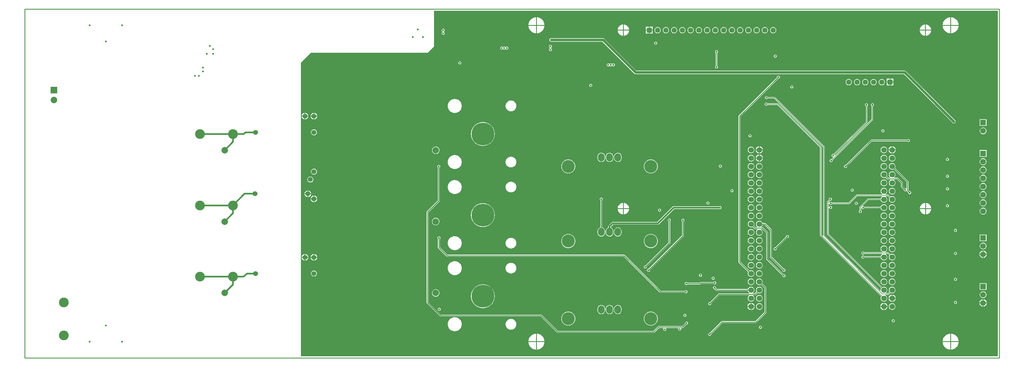
<source format=gbl>
G04 Layer_Physical_Order=4*
G04 Layer_Color=11796480*
%FSLAX43Y43*%
%MOMM*%
G71*
G01*
G75*
%ADD21C,2.000*%
%ADD28C,0.200*%
%ADD29C,0.500*%
%ADD30C,0.150*%
%ADD31C,0.250*%
%ADD35C,0.254*%
%ADD36O,2.000X2.500*%
%ADD37C,7.000*%
%ADD38C,1.524*%
%ADD39C,3.000*%
%ADD40C,1.600*%
%ADD41R,1.600X1.600*%
%ADD44C,1.700*%
%ADD45R,1.750X1.750*%
%ADD46C,1.750*%
%ADD47C,4.000*%
%ADD48R,2.000X2.000*%
%ADD49R,1.800X1.800*%
%ADD50C,1.800*%
%ADD51C,0.600*%
%ADD72C,0.750*%
G36*
X299500Y500D02*
X85000D01*
Y91000D01*
X88000Y94000D01*
X124000D01*
X126000Y96000D01*
Y107000D01*
X299500D01*
Y500D01*
D02*
G37*
%LPC*%
G36*
X192700Y38160D02*
X192279Y38119D01*
X191873Y37996D01*
X191500Y37796D01*
X191172Y37528D01*
X190904Y37200D01*
X190704Y36827D01*
X190581Y36421D01*
X190540Y36000D01*
X190581Y35579D01*
X190704Y35173D01*
X190904Y34800D01*
X191172Y34472D01*
X191500Y34204D01*
X191873Y34004D01*
X192279Y33881D01*
X192700Y33840D01*
X193121Y33881D01*
X193527Y34004D01*
X193900Y34204D01*
X194228Y34472D01*
X194496Y34800D01*
X194696Y35173D01*
X194819Y35579D01*
X194860Y36000D01*
X194819Y36421D01*
X194696Y36827D01*
X194496Y37200D01*
X194228Y37528D01*
X193900Y37796D01*
X193527Y37996D01*
X193121Y38119D01*
X192700Y38160D01*
D02*
G37*
G36*
X167300D02*
X166879Y38119D01*
X166473Y37996D01*
X166100Y37796D01*
X165772Y37528D01*
X165504Y37200D01*
X165304Y36827D01*
X165181Y36421D01*
X165140Y36000D01*
X165181Y35579D01*
X165304Y35173D01*
X165504Y34800D01*
X165772Y34472D01*
X166100Y34204D01*
X166473Y34004D01*
X166879Y33881D01*
X167300Y33840D01*
X167721Y33881D01*
X168127Y34004D01*
X168500Y34204D01*
X168828Y34472D01*
X169096Y34800D01*
X169296Y35173D01*
X169419Y35579D01*
X169460Y36000D01*
X169419Y36421D01*
X169296Y36827D01*
X169096Y37200D01*
X168828Y37528D01*
X168500Y37796D01*
X168127Y37996D01*
X167721Y38119D01*
X167300Y38160D01*
D02*
G37*
G36*
X226100Y37169D02*
X225839Y37134D01*
X225596Y37033D01*
X225387Y36873D01*
X225227Y36664D01*
X225126Y36421D01*
X225091Y36160D01*
X225126Y35899D01*
X225227Y35656D01*
X225387Y35447D01*
X225596Y35286D01*
X225839Y35186D01*
X226100Y35151D01*
X226361Y35186D01*
X226604Y35286D01*
X226813Y35447D01*
X226973Y35656D01*
X227074Y35899D01*
X227109Y36160D01*
X227074Y36421D01*
X226973Y36664D01*
X226813Y36873D01*
X226604Y37033D01*
X226361Y37134D01*
X226100Y37169D01*
D02*
G37*
G36*
X223560D02*
X223299Y37134D01*
X223056Y37033D01*
X222847Y36873D01*
X222686Y36664D01*
X222586Y36421D01*
X222551Y36160D01*
X222586Y35899D01*
X222686Y35656D01*
X222847Y35447D01*
X223056Y35286D01*
X223299Y35186D01*
X223560Y35151D01*
X223821Y35186D01*
X224064Y35286D01*
X224273Y35447D01*
X224433Y35656D01*
X224534Y35899D01*
X224569Y36160D01*
X224534Y36421D01*
X224433Y36664D01*
X224273Y36873D01*
X224064Y37033D01*
X223821Y37134D01*
X223560Y37169D01*
D02*
G37*
G36*
X132350Y37510D02*
X131929Y37469D01*
X131523Y37346D01*
X131150Y37146D01*
X130822Y36878D01*
X130554Y36550D01*
X130354Y36177D01*
X130231Y35771D01*
X130190Y35350D01*
X130231Y34929D01*
X130354Y34523D01*
X130554Y34150D01*
X130822Y33822D01*
X131150Y33554D01*
X131523Y33354D01*
X131929Y33231D01*
X132350Y33190D01*
X132771Y33231D01*
X133177Y33354D01*
X133550Y33554D01*
X133878Y33822D01*
X134146Y34150D01*
X134346Y34523D01*
X134469Y34929D01*
X134510Y35350D01*
X134469Y35771D01*
X134346Y36177D01*
X134146Y36550D01*
X133878Y36878D01*
X133550Y37146D01*
X133177Y37346D01*
X132771Y37469D01*
X132350Y37510D01*
D02*
G37*
G36*
X267000Y34629D02*
X266739Y34594D01*
X266496Y34493D01*
X266287Y34333D01*
X266126Y34124D01*
X266026Y33881D01*
X265991Y33620D01*
X266026Y33359D01*
X266126Y33116D01*
X266287Y32907D01*
X266496Y32746D01*
X266739Y32646D01*
X267000Y32611D01*
X267261Y32646D01*
X267504Y32746D01*
X267713Y32907D01*
X267874Y33116D01*
X267974Y33359D01*
X268009Y33620D01*
X267974Y33881D01*
X267874Y34124D01*
X267713Y34333D01*
X267504Y34493D01*
X267261Y34594D01*
X267000Y34629D01*
D02*
G37*
G36*
X149650Y37008D02*
X149327Y36976D01*
X149016Y36882D01*
X148729Y36729D01*
X148478Y36522D01*
X148271Y36271D01*
X148118Y35984D01*
X148024Y35673D01*
X147992Y35350D01*
X148024Y35027D01*
X148118Y34716D01*
X148271Y34429D01*
X148478Y34178D01*
X148729Y33971D01*
X149016Y33818D01*
X149327Y33724D01*
X149650Y33692D01*
X149973Y33724D01*
X150284Y33818D01*
X150571Y33971D01*
X150822Y34178D01*
X151029Y34429D01*
X151182Y34716D01*
X151276Y35027D01*
X151308Y35350D01*
X151276Y35673D01*
X151182Y35984D01*
X151029Y36271D01*
X150822Y36522D01*
X150571Y36729D01*
X150284Y36882D01*
X149973Y36976D01*
X149650Y37008D01*
D02*
G37*
G36*
X295000Y35494D02*
X294732Y35459D01*
X294483Y35355D01*
X294269Y35191D01*
X294105Y34977D01*
X294001Y34728D01*
X293966Y34460D01*
X294001Y34192D01*
X294105Y33943D01*
X294269Y33729D01*
X294483Y33565D01*
X294732Y33461D01*
X295000Y33426D01*
X295268Y33461D01*
X295517Y33565D01*
X295731Y33729D01*
X295895Y33943D01*
X295999Y34192D01*
X296034Y34460D01*
X295999Y34728D01*
X295895Y34977D01*
X295731Y35191D01*
X295517Y35355D01*
X295268Y35459D01*
X295000Y35494D01*
D02*
G37*
G36*
X182550Y40210D02*
X182250Y40170D01*
X181970Y40055D01*
X181730Y39870D01*
X181545Y39630D01*
X181430Y39350D01*
X181390Y39050D01*
Y38550D01*
X181430Y38250D01*
X181545Y37970D01*
X181730Y37730D01*
X181970Y37545D01*
X182250Y37430D01*
X182550Y37390D01*
X182850Y37430D01*
X183130Y37545D01*
X183370Y37730D01*
X183555Y37970D01*
X183670Y38250D01*
X183710Y38550D01*
Y39050D01*
X183670Y39350D01*
X183555Y39630D01*
X183370Y39870D01*
X183130Y40055D01*
X182850Y40170D01*
X182550Y40210D01*
D02*
G37*
G36*
X177450Y49409D02*
X177274Y49374D01*
X177126Y49274D01*
X177026Y49126D01*
X176991Y48950D01*
X177026Y48774D01*
X177126Y48626D01*
X177170Y48596D01*
Y40173D01*
X177150Y40170D01*
X176870Y40055D01*
X176630Y39870D01*
X176445Y39630D01*
X176330Y39350D01*
X176290Y39050D01*
Y38550D01*
X176330Y38250D01*
X176445Y37970D01*
X176630Y37730D01*
X176870Y37545D01*
X177150Y37430D01*
X177450Y37390D01*
X177750Y37430D01*
X178030Y37545D01*
X178270Y37730D01*
X178455Y37970D01*
X178570Y38250D01*
X178610Y38550D01*
Y39050D01*
X178570Y39350D01*
X178455Y39630D01*
X178270Y39870D01*
X178030Y40055D01*
X177750Y40170D01*
X177730Y40173D01*
Y48596D01*
X177774Y48626D01*
X177874Y48774D01*
X177909Y48950D01*
X177874Y49126D01*
X177774Y49274D01*
X177626Y49374D01*
X177450Y49409D01*
D02*
G37*
G36*
X223560Y39709D02*
X223299Y39674D01*
X223056Y39573D01*
X222847Y39413D01*
X222686Y39204D01*
X222586Y38961D01*
X222551Y38700D01*
X222586Y38439D01*
X222686Y38196D01*
X222847Y37987D01*
X223056Y37826D01*
X223299Y37726D01*
X223560Y37691D01*
X223821Y37726D01*
X224064Y37826D01*
X224273Y37987D01*
X224433Y38196D01*
X224534Y38439D01*
X224569Y38700D01*
X224534Y38961D01*
X224433Y39204D01*
X224273Y39413D01*
X224064Y39573D01*
X223821Y39674D01*
X223560Y39709D01*
D02*
G37*
G36*
X228300Y80659D02*
X228124Y80624D01*
X227976Y80524D01*
X227876Y80376D01*
X227841Y80200D01*
X227876Y80024D01*
X227976Y79876D01*
X228124Y79776D01*
X228300Y79741D01*
X228476Y79776D01*
X228624Y79876D01*
X228688Y79971D01*
X230705D01*
X245771Y64905D01*
Y37700D01*
X245785Y37627D01*
X245777Y37617D01*
X245588Y37576D01*
X245229Y37935D01*
Y65000D01*
X245212Y65088D01*
X245162Y65162D01*
X231962Y78362D01*
X231888Y78412D01*
X231800Y78429D01*
X228587D01*
X228524Y78524D01*
X228375Y78624D01*
X228200Y78659D01*
X228024Y78624D01*
X227875Y78524D01*
X227776Y78375D01*
X227741Y78200D01*
X227776Y78024D01*
X227875Y77875D01*
X228024Y77776D01*
X228200Y77741D01*
X228375Y77776D01*
X228524Y77875D01*
X228587Y77970D01*
X231705D01*
X244771Y64905D01*
Y37840D01*
X244788Y37752D01*
X244838Y37678D01*
X263606Y18910D01*
X263586Y18884D01*
X263486Y18641D01*
X263451Y18380D01*
X263486Y18119D01*
X263586Y17876D01*
X263747Y17667D01*
X263956Y17507D01*
X264199Y17406D01*
X264460Y17371D01*
X264721Y17406D01*
X264964Y17507D01*
X265173Y17667D01*
X265333Y17876D01*
X265434Y18119D01*
X265469Y18380D01*
X265434Y18641D01*
X265333Y18884D01*
X265173Y19093D01*
X264964Y19253D01*
X264863Y19296D01*
X264897Y19471D01*
X265780D01*
X265868Y19488D01*
X265942Y19538D01*
X266470Y20066D01*
X266496Y20046D01*
X266739Y19946D01*
X267000Y19911D01*
X267261Y19946D01*
X267504Y20046D01*
X267713Y20207D01*
X267874Y20416D01*
X267974Y20659D01*
X268009Y20920D01*
X267974Y21181D01*
X267874Y21424D01*
X267713Y21633D01*
X267504Y21793D01*
X267261Y21894D01*
X267000Y21929D01*
X266739Y21894D01*
X266496Y21793D01*
X266287Y21633D01*
X266126Y21424D01*
X266026Y21181D01*
X265991Y20920D01*
X266026Y20659D01*
X266126Y20416D01*
X266146Y20390D01*
X265685Y19929D01*
X265099D01*
X265040Y20104D01*
X265173Y20207D01*
X265333Y20416D01*
X265434Y20659D01*
X265469Y20920D01*
X265434Y21181D01*
X265333Y21424D01*
X265173Y21633D01*
X264964Y21793D01*
X264721Y21894D01*
X264460Y21929D01*
X264199Y21894D01*
X263956Y21793D01*
X263930Y21774D01*
X247429Y38275D01*
Y46206D01*
X247604Y46223D01*
X247611Y46189D01*
X247711Y46041D01*
X247859Y45941D01*
X248035Y45906D01*
X248211Y45941D01*
X248359Y46041D01*
X248459Y46189D01*
X248494Y46365D01*
X248459Y46541D01*
X248359Y46689D01*
X248211Y46789D01*
X248035Y46824D01*
X247859Y46789D01*
X247711Y46689D01*
X247611Y46541D01*
X247604Y46507D01*
X247429Y46524D01*
Y47476D01*
X247604Y47493D01*
X247611Y47459D01*
X247711Y47311D01*
X247859Y47211D01*
X248035Y47176D01*
X248211Y47211D01*
X248359Y47311D01*
X248423Y47406D01*
X253635D01*
X253723Y47423D01*
X253797Y47473D01*
X256195Y49871D01*
X263847D01*
X263906Y49696D01*
X263747Y49573D01*
X263586Y49364D01*
X263486Y49121D01*
X263482Y49089D01*
X259560D01*
X259560Y49089D01*
X259472Y49072D01*
X259398Y49022D01*
X257033Y46657D01*
X256983Y46583D01*
X256966Y46495D01*
Y45483D01*
X256871Y45419D01*
X256771Y45271D01*
X256736Y45095D01*
X256771Y44919D01*
X256871Y44771D01*
X257019Y44671D01*
X257195Y44636D01*
X257371Y44671D01*
X257519Y44771D01*
X257619Y44919D01*
X257654Y45095D01*
X257619Y45271D01*
X257519Y45419D01*
X257424Y45483D01*
Y46111D01*
X257596Y46144D01*
X257696Y45996D01*
X257844Y45896D01*
X258020Y45861D01*
X258196Y45896D01*
X258344Y45996D01*
X258408Y46091D01*
X263482D01*
X263486Y46059D01*
X263586Y45816D01*
X263747Y45607D01*
X263956Y45446D01*
X264199Y45346D01*
X264460Y45311D01*
X264721Y45346D01*
X264964Y45446D01*
X265173Y45607D01*
X265333Y45816D01*
X265434Y46059D01*
X265469Y46320D01*
X265434Y46581D01*
X265333Y46824D01*
X265173Y47033D01*
X264964Y47193D01*
X264721Y47294D01*
X264460Y47329D01*
X264199Y47294D01*
X263956Y47193D01*
X263747Y47033D01*
X263586Y46824D01*
X263486Y46581D01*
X263482Y46549D01*
X258408D01*
X258344Y46644D01*
X258196Y46744D01*
X258046Y46774D01*
X257998Y46856D01*
X257972Y46948D01*
X259655Y48631D01*
X263482D01*
X263486Y48599D01*
X263586Y48356D01*
X263747Y48147D01*
X263956Y47986D01*
X264199Y47886D01*
X264460Y47851D01*
X264721Y47886D01*
X264964Y47986D01*
X265173Y48147D01*
X265333Y48356D01*
X265434Y48599D01*
X265469Y48860D01*
X265434Y49121D01*
X265333Y49364D01*
X265173Y49573D01*
X265014Y49696D01*
X265073Y49871D01*
X265665D01*
X266146Y49390D01*
X266126Y49364D01*
X266026Y49121D01*
X265991Y48860D01*
X266026Y48599D01*
X266126Y48356D01*
X266287Y48147D01*
X266496Y47986D01*
X266739Y47886D01*
X267000Y47851D01*
X267261Y47886D01*
X267504Y47986D01*
X267713Y48147D01*
X267874Y48356D01*
X267974Y48599D01*
X268009Y48860D01*
X267974Y49121D01*
X267874Y49364D01*
X267713Y49573D01*
X267504Y49733D01*
X267261Y49834D01*
X267000Y49869D01*
X266739Y49834D01*
X266496Y49733D01*
X266470Y49714D01*
X265922Y50262D01*
X265848Y50312D01*
X265760Y50329D01*
X264946D01*
X264911Y50504D01*
X264964Y50527D01*
X265173Y50687D01*
X265333Y50896D01*
X265434Y51139D01*
X265469Y51400D01*
X265434Y51661D01*
X265333Y51904D01*
X265173Y52113D01*
X264964Y52273D01*
X264721Y52374D01*
X264460Y52409D01*
X264199Y52374D01*
X263956Y52273D01*
X263747Y52113D01*
X263586Y51904D01*
X263486Y51661D01*
X263451Y51400D01*
X263486Y51139D01*
X263586Y50896D01*
X263747Y50687D01*
X263956Y50527D01*
X264009Y50504D01*
X263974Y50329D01*
X256100D01*
X256012Y50312D01*
X255938Y50262D01*
X253540Y47864D01*
X248423D01*
X248359Y47959D01*
X248211Y48059D01*
X248035Y48094D01*
X247859Y48059D01*
X247711Y47959D01*
X247611Y47811D01*
X247604Y47777D01*
X247429Y47794D01*
Y48015D01*
X247883Y48468D01*
X247995Y48446D01*
X248171Y48481D01*
X248319Y48581D01*
X248419Y48729D01*
X248454Y48905D01*
X248419Y49081D01*
X248319Y49229D01*
X248171Y49329D01*
X247995Y49364D01*
X247819Y49329D01*
X247671Y49229D01*
X247571Y49081D01*
X247536Y48905D01*
X247558Y48793D01*
X247038Y48272D01*
X246988Y48198D01*
X246971Y48110D01*
Y38180D01*
X246988Y38092D01*
X247038Y38018D01*
X263606Y21450D01*
X263586Y21424D01*
X263486Y21181D01*
X263451Y20920D01*
X263466Y20805D01*
X263301Y20724D01*
X246229Y37795D01*
Y65000D01*
X246212Y65088D01*
X246162Y65162D01*
X230962Y80362D01*
X230888Y80412D01*
X230800Y80429D01*
X228688D01*
X228624Y80524D01*
X228476Y80624D01*
X228300Y80659D01*
D02*
G37*
G36*
X267000Y37169D02*
X266739Y37134D01*
X266496Y37033D01*
X266287Y36873D01*
X266126Y36664D01*
X266026Y36421D01*
X265991Y36160D01*
X266026Y35899D01*
X266126Y35656D01*
X266287Y35447D01*
X266496Y35286D01*
X266739Y35186D01*
X267000Y35151D01*
X267261Y35186D01*
X267504Y35286D01*
X267713Y35447D01*
X267874Y35656D01*
X267974Y35899D01*
X268009Y36160D01*
X267974Y36421D01*
X267874Y36664D01*
X267713Y36873D01*
X267504Y37033D01*
X267261Y37134D01*
X267000Y37169D01*
D02*
G37*
G36*
X264460D02*
X264199Y37134D01*
X263956Y37033D01*
X263747Y36873D01*
X263586Y36664D01*
X263486Y36421D01*
X263451Y36160D01*
X263486Y35899D01*
X263586Y35656D01*
X263747Y35447D01*
X263956Y35286D01*
X264199Y35186D01*
X264460Y35151D01*
X264721Y35186D01*
X264964Y35286D01*
X265173Y35447D01*
X265333Y35656D01*
X265434Y35899D01*
X265469Y36160D01*
X265434Y36421D01*
X265333Y36664D01*
X265173Y36873D01*
X264964Y37033D01*
X264721Y37134D01*
X264460Y37169D01*
D02*
G37*
G36*
X234760Y37859D02*
X234584Y37824D01*
X234436Y37724D01*
X234336Y37576D01*
X234301Y37400D01*
X234312Y37348D01*
X231032Y34068D01*
X230980Y34079D01*
X230804Y34044D01*
X230656Y33944D01*
X230556Y33796D01*
X230521Y33620D01*
X230556Y33444D01*
X230656Y33296D01*
X230804Y33196D01*
X230980Y33161D01*
X231156Y33196D01*
X231304Y33296D01*
X231404Y33444D01*
X231439Y33620D01*
X231428Y33672D01*
X234708Y36952D01*
X234760Y36941D01*
X234936Y36976D01*
X235084Y37076D01*
X235184Y37224D01*
X235219Y37400D01*
X235184Y37576D01*
X235084Y37724D01*
X234936Y37824D01*
X234760Y37859D01*
D02*
G37*
G36*
X296025Y38025D02*
X293975D01*
Y35975D01*
X296025D01*
Y38025D01*
D02*
G37*
G36*
X226100Y34629D02*
X225839Y34594D01*
X225596Y34493D01*
X225387Y34333D01*
X225227Y34124D01*
X225126Y33881D01*
X225091Y33620D01*
X225126Y33359D01*
X225227Y33116D01*
X225387Y32907D01*
X225596Y32746D01*
X225839Y32646D01*
X226100Y32611D01*
X226361Y32646D01*
X226604Y32746D01*
X226813Y32907D01*
X226973Y33116D01*
X227074Y33359D01*
X227109Y33620D01*
X227074Y33881D01*
X226973Y34124D01*
X226813Y34333D01*
X226604Y34493D01*
X226361Y34594D01*
X226100Y34629D01*
D02*
G37*
G36*
X294873Y31793D02*
X293878D01*
X293900Y31625D01*
X294014Y31351D01*
X294195Y31115D01*
X294431Y30934D01*
X294705Y30820D01*
X294873Y30798D01*
Y31793D01*
D02*
G37*
G36*
X226100Y32089D02*
X225839Y32054D01*
X225596Y31953D01*
X225387Y31793D01*
X225227Y31584D01*
X225126Y31341D01*
X225091Y31080D01*
X225126Y30819D01*
X225227Y30576D01*
X225387Y30367D01*
X225596Y30206D01*
X225839Y30106D01*
X226100Y30071D01*
X226361Y30106D01*
X226604Y30206D01*
X226813Y30367D01*
X226973Y30576D01*
X227074Y30819D01*
X227109Y31080D01*
X227074Y31341D01*
X226973Y31584D01*
X226813Y31793D01*
X226604Y31953D01*
X226361Y32054D01*
X226100Y32089D01*
D02*
G37*
G36*
X88873Y32008D02*
X88735Y31990D01*
X88488Y31887D01*
X88275Y31725D01*
X88113Y31512D01*
X88010Y31265D01*
X87992Y31127D01*
X88873D01*
Y32008D01*
D02*
G37*
G36*
X296122Y31793D02*
X295127D01*
Y30798D01*
X295295Y30820D01*
X295569Y30934D01*
X295805Y31115D01*
X295986Y31351D01*
X296100Y31625D01*
X296122Y31793D01*
D02*
G37*
G36*
X87258Y30873D02*
X86377D01*
Y29992D01*
X86515Y30010D01*
X86762Y30113D01*
X86975Y30275D01*
X87137Y30488D01*
X87240Y30735D01*
X87258Y30873D01*
D02*
G37*
G36*
X86123D02*
X85242D01*
X85260Y30735D01*
X85363Y30488D01*
X85525Y30275D01*
X85738Y30113D01*
X85985Y30010D01*
X86123Y29992D01*
Y30873D01*
D02*
G37*
G36*
X223560Y32089D02*
X223299Y32054D01*
X223056Y31953D01*
X222847Y31793D01*
X222686Y31584D01*
X222586Y31341D01*
X222551Y31080D01*
X222586Y30819D01*
X222686Y30576D01*
X222847Y30367D01*
X223056Y30206D01*
X223299Y30106D01*
X223560Y30071D01*
X223821Y30106D01*
X224064Y30206D01*
X224273Y30367D01*
X224433Y30576D01*
X224534Y30819D01*
X224569Y31080D01*
X224534Y31341D01*
X224433Y31584D01*
X224273Y31793D01*
X224064Y31953D01*
X223821Y32054D01*
X223560Y32089D01*
D02*
G37*
G36*
X90008Y30873D02*
X89127D01*
Y29992D01*
X89265Y30010D01*
X89512Y30113D01*
X89725Y30275D01*
X89887Y30488D01*
X89990Y30735D01*
X90008Y30873D01*
D02*
G37*
G36*
X295127Y33042D02*
Y32047D01*
X296122D01*
X296100Y32215D01*
X295986Y32489D01*
X295805Y32725D01*
X295569Y32906D01*
X295295Y33020D01*
X295127Y33042D01*
D02*
G37*
G36*
X294873Y33042D02*
X294705Y33020D01*
X294431Y32906D01*
X294195Y32725D01*
X294014Y32489D01*
X293900Y32215D01*
X293878Y32047D01*
X294873D01*
Y33042D01*
D02*
G37*
G36*
X223560Y34629D02*
X223299Y34594D01*
X223056Y34493D01*
X222847Y34333D01*
X222686Y34124D01*
X222586Y33881D01*
X222551Y33620D01*
X222586Y33359D01*
X222686Y33116D01*
X222847Y32907D01*
X223056Y32746D01*
X223299Y32646D01*
X223560Y32611D01*
X223821Y32646D01*
X224064Y32746D01*
X224273Y32907D01*
X224433Y33116D01*
X224534Y33359D01*
X224569Y33620D01*
X224534Y33881D01*
X224433Y34124D01*
X224273Y34333D01*
X224064Y34493D01*
X223821Y34594D01*
X223560Y34629D01*
D02*
G37*
G36*
X264460D02*
X264199Y34594D01*
X263956Y34493D01*
X263747Y34333D01*
X263586Y34124D01*
X263486Y33881D01*
X263451Y33620D01*
X263486Y33359D01*
X263586Y33116D01*
X263747Y32907D01*
X263956Y32746D01*
X264057Y32704D01*
X264023Y32529D01*
X258388D01*
X258324Y32624D01*
X258176Y32724D01*
X258000Y32759D01*
X257824Y32724D01*
X257676Y32624D01*
X257576Y32476D01*
X257541Y32300D01*
X257576Y32124D01*
X257676Y31976D01*
X257824Y31876D01*
X258000Y31841D01*
X258176Y31876D01*
X258324Y31976D01*
X258388Y32071D01*
X263821D01*
X263880Y31896D01*
X263747Y31793D01*
X263586Y31584D01*
X263486Y31341D01*
X263482Y31309D01*
X258408D01*
X258344Y31404D01*
X258196Y31504D01*
X258020Y31539D01*
X257844Y31504D01*
X257696Y31404D01*
X257596Y31256D01*
X257561Y31080D01*
X257596Y30904D01*
X257696Y30756D01*
X257844Y30656D01*
X258020Y30621D01*
X258196Y30656D01*
X258344Y30756D01*
X258408Y30851D01*
X263482D01*
X263486Y30819D01*
X263586Y30576D01*
X263747Y30367D01*
X263956Y30206D01*
X264199Y30106D01*
X264460Y30071D01*
X264721Y30106D01*
X264964Y30206D01*
X265173Y30367D01*
X265333Y30576D01*
X265434Y30819D01*
X265469Y31080D01*
X265434Y31341D01*
X265333Y31584D01*
X265173Y31793D01*
X265040Y31896D01*
X265099Y32071D01*
X265685D01*
X266146Y31610D01*
X266126Y31584D01*
X266026Y31341D01*
X265991Y31080D01*
X266026Y30819D01*
X266126Y30576D01*
X266287Y30367D01*
X266496Y30206D01*
X266739Y30106D01*
X267000Y30071D01*
X267261Y30106D01*
X267504Y30206D01*
X267713Y30367D01*
X267874Y30576D01*
X267974Y30819D01*
X268009Y31080D01*
X267974Y31341D01*
X267874Y31584D01*
X267713Y31793D01*
X267504Y31953D01*
X267261Y32054D01*
X267000Y32089D01*
X266739Y32054D01*
X266496Y31953D01*
X266470Y31934D01*
X265942Y32462D01*
X265868Y32512D01*
X265780Y32529D01*
X264897D01*
X264863Y32704D01*
X264964Y32746D01*
X265173Y32907D01*
X265333Y33116D01*
X265434Y33359D01*
X265469Y33620D01*
X265434Y33881D01*
X265333Y34124D01*
X265173Y34333D01*
X264964Y34493D01*
X264721Y34594D01*
X264460Y34629D01*
D02*
G37*
G36*
X86377Y32008D02*
Y31127D01*
X87258D01*
X87240Y31265D01*
X87137Y31512D01*
X86975Y31725D01*
X86762Y31887D01*
X86515Y31990D01*
X86377Y32008D01*
D02*
G37*
G36*
X86123D02*
X85985Y31990D01*
X85738Y31887D01*
X85525Y31725D01*
X85363Y31512D01*
X85260Y31265D01*
X85242Y31127D01*
X86123D01*
Y32008D01*
D02*
G37*
G36*
X286500Y32659D02*
X286324Y32624D01*
X286176Y32524D01*
X286076Y32376D01*
X286041Y32200D01*
X286076Y32024D01*
X286176Y31876D01*
X286324Y31776D01*
X286500Y31741D01*
X286676Y31776D01*
X286824Y31876D01*
X286924Y32024D01*
X286959Y32200D01*
X286924Y32376D01*
X286824Y32524D01*
X286676Y32624D01*
X286500Y32659D01*
D02*
G37*
G36*
X89127Y32008D02*
Y31127D01*
X90008D01*
X89990Y31265D01*
X89887Y31512D01*
X89725Y31725D01*
X89512Y31887D01*
X89265Y31990D01*
X89127Y32008D01*
D02*
G37*
G36*
X184123Y47750D02*
X183906Y47729D01*
X183576Y47628D01*
X183271Y47465D01*
X183004Y47246D01*
X182785Y46979D01*
X182622Y46674D01*
X182521Y46344D01*
X182500Y46127D01*
X184123D01*
Y47750D01*
D02*
G37*
G36*
X214000Y46759D02*
X213824Y46724D01*
X213800Y46708D01*
X199700D01*
X199544Y46677D01*
X199412Y46588D01*
X199412Y46588D01*
X194731Y41908D01*
X181000D01*
X181000Y41908D01*
X180844Y41877D01*
X180712Y41788D01*
X179712Y40788D01*
X179623Y40656D01*
X179592Y40500D01*
X179592Y40500D01*
Y40126D01*
X179420Y40055D01*
X179180Y39870D01*
X178995Y39630D01*
X178880Y39350D01*
X178840Y39050D01*
Y38550D01*
X178880Y38250D01*
X178995Y37970D01*
X179180Y37730D01*
X179420Y37545D01*
X179700Y37430D01*
X180000Y37390D01*
X180300Y37430D01*
X180580Y37545D01*
X180820Y37730D01*
X181005Y37970D01*
X181120Y38250D01*
X181160Y38550D01*
Y39050D01*
X181120Y39350D01*
X181005Y39630D01*
X180820Y39870D01*
X180580Y40055D01*
X180408Y40126D01*
Y40331D01*
X181169Y41092D01*
X194900D01*
X194900Y41092D01*
X195056Y41123D01*
X195188Y41212D01*
X199869Y45892D01*
X213800D01*
X213824Y45876D01*
X214000Y45841D01*
X214176Y45876D01*
X214324Y45976D01*
X214424Y46124D01*
X214459Y46300D01*
X214424Y46476D01*
X214324Y46624D01*
X214176Y46724D01*
X214000Y46759D01*
D02*
G37*
G36*
X277143Y47750D02*
X276926Y47729D01*
X276596Y47628D01*
X276291Y47465D01*
X276024Y47246D01*
X275805Y46979D01*
X275642Y46674D01*
X275541Y46344D01*
X275520Y46127D01*
X277143D01*
Y47750D01*
D02*
G37*
G36*
X184377D02*
Y46127D01*
X186000D01*
X185979Y46344D01*
X185878Y46674D01*
X185715Y46979D01*
X185496Y47246D01*
X185229Y47465D01*
X184924Y47628D01*
X184594Y47729D01*
X184377Y47750D01*
D02*
G37*
G36*
X223560Y47329D02*
X223299Y47294D01*
X223056Y47193D01*
X222847Y47033D01*
X222686Y46824D01*
X222586Y46581D01*
X222551Y46320D01*
X222586Y46059D01*
X222686Y45816D01*
X222847Y45607D01*
X223056Y45446D01*
X223299Y45346D01*
X223560Y45311D01*
X223821Y45346D01*
X224064Y45446D01*
X224273Y45607D01*
X224433Y45816D01*
X224534Y46059D01*
X224569Y46320D01*
X224534Y46581D01*
X224433Y46824D01*
X224273Y47033D01*
X224064Y47193D01*
X223821Y47294D01*
X223560Y47329D01*
D02*
G37*
G36*
X195400Y45959D02*
X195224Y45924D01*
X195076Y45824D01*
X194976Y45676D01*
X194941Y45500D01*
X194976Y45324D01*
X195076Y45176D01*
X195224Y45076D01*
X195400Y45041D01*
X195576Y45076D01*
X195724Y45176D01*
X195824Y45324D01*
X195859Y45500D01*
X195824Y45676D01*
X195724Y45824D01*
X195576Y45924D01*
X195400Y45959D01*
D02*
G37*
G36*
X267000Y47329D02*
X266739Y47294D01*
X266496Y47193D01*
X266287Y47033D01*
X266126Y46824D01*
X266026Y46581D01*
X265991Y46320D01*
X266026Y46059D01*
X266126Y45816D01*
X266287Y45607D01*
X266496Y45446D01*
X266739Y45346D01*
X267000Y45311D01*
X267261Y45346D01*
X267504Y45446D01*
X267713Y45607D01*
X267874Y45816D01*
X267974Y46059D01*
X268009Y46320D01*
X267974Y46581D01*
X267874Y46824D01*
X267713Y47033D01*
X267504Y47193D01*
X267261Y47294D01*
X267000Y47329D01*
D02*
G37*
G36*
X226100D02*
X225839Y47294D01*
X225596Y47193D01*
X225387Y47033D01*
X225227Y46824D01*
X225126Y46581D01*
X225091Y46320D01*
X225126Y46059D01*
X225227Y45816D01*
X225387Y45607D01*
X225596Y45446D01*
X225839Y45346D01*
X226100Y45311D01*
X226361Y45346D01*
X226604Y45446D01*
X226813Y45607D01*
X226973Y45816D01*
X227074Y46059D01*
X227109Y46320D01*
X227074Y46581D01*
X226973Y46824D01*
X226813Y47033D01*
X226604Y47193D01*
X226361Y47294D01*
X226100Y47329D01*
D02*
G37*
G36*
X223560Y49869D02*
X223299Y49834D01*
X223056Y49733D01*
X222847Y49573D01*
X222686Y49364D01*
X222586Y49121D01*
X222551Y48860D01*
X222586Y48599D01*
X222686Y48356D01*
X222847Y48147D01*
X223056Y47986D01*
X223299Y47886D01*
X223560Y47851D01*
X223821Y47886D01*
X224064Y47986D01*
X224273Y48147D01*
X224433Y48356D01*
X224534Y48599D01*
X224569Y48860D01*
X224534Y49121D01*
X224433Y49364D01*
X224273Y49573D01*
X224064Y49733D01*
X223821Y49834D01*
X223560Y49869D01*
D02*
G37*
G36*
X210270Y48189D02*
X210094Y48154D01*
X209946Y48054D01*
X209846Y47906D01*
X209811Y47730D01*
X209846Y47554D01*
X209946Y47406D01*
X210094Y47306D01*
X210270Y47271D01*
X210446Y47306D01*
X210594Y47406D01*
X210694Y47554D01*
X210729Y47730D01*
X210694Y47906D01*
X210594Y48054D01*
X210446Y48154D01*
X210270Y48189D01*
D02*
G37*
G36*
X90008Y48873D02*
X89127D01*
Y47992D01*
X89265Y48010D01*
X89512Y48113D01*
X89725Y48275D01*
X89887Y48488D01*
X89990Y48735D01*
X90008Y48873D01*
D02*
G37*
G36*
X226100Y49869D02*
X225839Y49834D01*
X225596Y49733D01*
X225387Y49573D01*
X225227Y49364D01*
X225126Y49121D01*
X225091Y48860D01*
X225126Y48599D01*
X225227Y48356D01*
X225387Y48147D01*
X225596Y47986D01*
X225839Y47886D01*
X226100Y47851D01*
X226361Y47886D01*
X226604Y47986D01*
X226813Y48147D01*
X226973Y48356D01*
X227074Y48599D01*
X227109Y48860D01*
X227074Y49121D01*
X226973Y49364D01*
X226813Y49573D01*
X226604Y49733D01*
X226361Y49834D01*
X226100Y49869D01*
D02*
G37*
G36*
X284000Y47359D02*
X283824Y47324D01*
X283676Y47224D01*
X283576Y47076D01*
X283541Y46900D01*
X283576Y46724D01*
X283676Y46576D01*
X283824Y46476D01*
X284000Y46441D01*
X284176Y46476D01*
X284324Y46576D01*
X284424Y46724D01*
X284459Y46900D01*
X284424Y47076D01*
X284324Y47224D01*
X284176Y47324D01*
X284000Y47359D01*
D02*
G37*
G36*
X277397Y47750D02*
Y46127D01*
X279020D01*
X278999Y46344D01*
X278898Y46674D01*
X278735Y46979D01*
X278516Y47246D01*
X278249Y47465D01*
X277944Y47628D01*
X277614Y47729D01*
X277397Y47750D01*
D02*
G37*
G36*
X255965Y48094D02*
X255789Y48059D01*
X255641Y47959D01*
X255541Y47811D01*
X255506Y47635D01*
X255541Y47459D01*
X255641Y47311D01*
X255789Y47211D01*
X255965Y47176D01*
X256141Y47211D01*
X256289Y47311D01*
X256389Y47459D01*
X256424Y47635D01*
X256389Y47811D01*
X256289Y47959D01*
X256141Y48059D01*
X255965Y48094D01*
D02*
G37*
G36*
X295000Y48819D02*
X294726Y48783D01*
X294470Y48677D01*
X294251Y48509D01*
X294083Y48290D01*
X293977Y48034D01*
X293941Y47760D01*
X293977Y47486D01*
X294083Y47230D01*
X294251Y47011D01*
X294470Y46843D01*
X294726Y46737D01*
X295000Y46701D01*
X295274Y46737D01*
X295530Y46843D01*
X295749Y47011D01*
X295917Y47230D01*
X296023Y47486D01*
X296059Y47760D01*
X296023Y48034D01*
X295917Y48290D01*
X295749Y48509D01*
X295530Y48677D01*
X295274Y48783D01*
X295000Y48819D01*
D02*
G37*
G36*
X279020Y45873D02*
X277397D01*
Y44250D01*
X277614Y44271D01*
X277944Y44372D01*
X278249Y44535D01*
X278516Y44754D01*
X278735Y45021D01*
X278898Y45326D01*
X278999Y45656D01*
X279020Y45873D01*
D02*
G37*
G36*
X226100Y42249D02*
X225839Y42214D01*
X225596Y42113D01*
X225387Y41953D01*
X225227Y41744D01*
X225126Y41501D01*
X225091Y41240D01*
X225126Y40979D01*
X225227Y40736D01*
X225387Y40527D01*
X225480Y40455D01*
X225420Y40280D01*
X224916D01*
X224441Y40755D01*
X224534Y40979D01*
X224569Y41240D01*
X224534Y41501D01*
X224433Y41744D01*
X224273Y41953D01*
X224064Y42113D01*
X223821Y42214D01*
X223560Y42249D01*
X223299Y42214D01*
X223056Y42113D01*
X222847Y41953D01*
X222686Y41744D01*
X222586Y41501D01*
X222551Y41240D01*
X222586Y40979D01*
X222686Y40736D01*
X222847Y40527D01*
X223056Y40367D01*
X223299Y40266D01*
X223560Y40231D01*
X223821Y40266D01*
X224045Y40358D01*
X224602Y39802D01*
X224693Y39741D01*
X224800Y39720D01*
X225513D01*
X225519Y39710D01*
X225558Y39545D01*
X225387Y39413D01*
X225227Y39204D01*
X225126Y38961D01*
X225091Y38700D01*
X225126Y38439D01*
X225227Y38196D01*
X225387Y37987D01*
X225596Y37826D01*
X225839Y37726D01*
X226100Y37691D01*
X226361Y37726D01*
X226604Y37826D01*
X226813Y37987D01*
X226973Y38196D01*
X227074Y38439D01*
X227109Y38700D01*
X227074Y38961D01*
X226973Y39204D01*
X226813Y39413D01*
X226642Y39545D01*
X226681Y39710D01*
X226687Y39720D01*
X226984D01*
X228220Y38484D01*
Y30500D01*
X228241Y30393D01*
X228302Y30302D01*
X233252Y25352D01*
X233241Y25300D01*
X233276Y25124D01*
X233376Y24976D01*
X233524Y24876D01*
X233700Y24841D01*
X233876Y24876D01*
X234024Y24976D01*
X234124Y25124D01*
X234159Y25300D01*
X234124Y25476D01*
X234024Y25624D01*
X233876Y25724D01*
X233700Y25759D01*
X233648Y25748D01*
X228780Y30616D01*
Y38600D01*
X228759Y38707D01*
X228698Y38798D01*
X227298Y40198D01*
X227207Y40259D01*
X227100Y40280D01*
X226780D01*
X226720Y40455D01*
X226813Y40527D01*
X226973Y40736D01*
X227066Y40960D01*
X227744D01*
X229420Y39284D01*
Y31000D01*
X229441Y30893D01*
X229502Y30802D01*
X233252Y27052D01*
X233241Y27000D01*
X233276Y26824D01*
X233376Y26676D01*
X233524Y26576D01*
X233700Y26541D01*
X233876Y26576D01*
X234024Y26676D01*
X234124Y26824D01*
X234159Y27000D01*
X234124Y27176D01*
X234024Y27324D01*
X233876Y27424D01*
X233700Y27459D01*
X233648Y27448D01*
X229980Y31116D01*
Y39400D01*
X229959Y39507D01*
X229898Y39598D01*
X228058Y41438D01*
X227967Y41499D01*
X227860Y41520D01*
X227066D01*
X226973Y41744D01*
X226813Y41953D01*
X226604Y42113D01*
X226361Y42214D01*
X226100Y42249D01*
D02*
G37*
G36*
X267000D02*
X266739Y42214D01*
X266496Y42113D01*
X266287Y41953D01*
X266126Y41744D01*
X266026Y41501D01*
X265991Y41240D01*
X266026Y40979D01*
X266126Y40736D01*
X266287Y40527D01*
X266496Y40367D01*
X266739Y40266D01*
X267000Y40231D01*
X267261Y40266D01*
X267504Y40367D01*
X267713Y40527D01*
X267874Y40736D01*
X267974Y40979D01*
X268009Y41240D01*
X267974Y41501D01*
X267874Y41744D01*
X267713Y41953D01*
X267504Y42113D01*
X267261Y42214D01*
X267000Y42249D01*
D02*
G37*
G36*
X126500Y43160D02*
X126200Y43120D01*
X125920Y43005D01*
X125680Y42820D01*
X125495Y42580D01*
X125380Y42300D01*
X125340Y42000D01*
X125380Y41700D01*
X125495Y41420D01*
X125680Y41180D01*
X125920Y40995D01*
X126200Y40880D01*
X126500Y40840D01*
X126800Y40880D01*
X127080Y40995D01*
X127320Y41180D01*
X127505Y41420D01*
X127620Y41700D01*
X127660Y42000D01*
X127620Y42300D01*
X127505Y42580D01*
X127320Y42820D01*
X127080Y43005D01*
X126800Y43120D01*
X126500Y43160D01*
D02*
G37*
G36*
X141000Y47661D02*
X140427Y47616D01*
X139869Y47482D01*
X139338Y47262D01*
X138848Y46962D01*
X138411Y46589D01*
X138038Y46152D01*
X137738Y45662D01*
X137518Y45131D01*
X137384Y44573D01*
X137339Y44000D01*
X137384Y43427D01*
X137518Y42869D01*
X137738Y42338D01*
X138038Y41848D01*
X138411Y41411D01*
X138848Y41038D01*
X139338Y40738D01*
X139869Y40518D01*
X140427Y40384D01*
X141000Y40339D01*
X141573Y40384D01*
X142131Y40518D01*
X142662Y40738D01*
X143152Y41038D01*
X143589Y41411D01*
X143962Y41848D01*
X144262Y42338D01*
X144482Y42869D01*
X144616Y43427D01*
X144661Y44000D01*
X144616Y44573D01*
X144482Y45131D01*
X144262Y45662D01*
X143962Y46152D01*
X143589Y46589D01*
X143152Y46962D01*
X142662Y47262D01*
X142131Y47482D01*
X141573Y47616D01*
X141000Y47661D01*
D02*
G37*
G36*
X267000Y39709D02*
X266739Y39674D01*
X266496Y39573D01*
X266287Y39413D01*
X266126Y39204D01*
X266026Y38961D01*
X265991Y38700D01*
X266026Y38439D01*
X266126Y38196D01*
X266287Y37987D01*
X266496Y37826D01*
X266739Y37726D01*
X267000Y37691D01*
X267261Y37726D01*
X267504Y37826D01*
X267713Y37987D01*
X267874Y38196D01*
X267974Y38439D01*
X268009Y38700D01*
X267974Y38961D01*
X267874Y39204D01*
X267713Y39413D01*
X267504Y39573D01*
X267261Y39674D01*
X267000Y39709D01*
D02*
G37*
G36*
X264460D02*
X264199Y39674D01*
X263956Y39573D01*
X263747Y39413D01*
X263586Y39204D01*
X263486Y38961D01*
X263451Y38700D01*
X263486Y38439D01*
X263586Y38196D01*
X263747Y37987D01*
X263956Y37826D01*
X264199Y37726D01*
X264460Y37691D01*
X264721Y37726D01*
X264964Y37826D01*
X265173Y37987D01*
X265333Y38196D01*
X265434Y38439D01*
X265469Y38700D01*
X265434Y38961D01*
X265333Y39204D01*
X265173Y39413D01*
X264964Y39573D01*
X264721Y39674D01*
X264460Y39709D01*
D02*
G37*
G36*
Y42249D02*
X264199Y42214D01*
X263956Y42113D01*
X263747Y41953D01*
X263586Y41744D01*
X263486Y41501D01*
X263451Y41240D01*
X263486Y40979D01*
X263586Y40736D01*
X263747Y40527D01*
X263956Y40367D01*
X264199Y40266D01*
X264460Y40231D01*
X264721Y40266D01*
X264964Y40367D01*
X265173Y40527D01*
X265333Y40736D01*
X265434Y40979D01*
X265469Y41240D01*
X265434Y41501D01*
X265333Y41744D01*
X265173Y41953D01*
X264964Y42113D01*
X264721Y42214D01*
X264460Y42249D01*
D02*
G37*
G36*
X286500Y39759D02*
X286324Y39724D01*
X286176Y39624D01*
X286076Y39476D01*
X286041Y39300D01*
X286076Y39124D01*
X286176Y38976D01*
X286324Y38876D01*
X286500Y38841D01*
X286676Y38876D01*
X286824Y38976D01*
X286924Y39124D01*
X286959Y39300D01*
X286924Y39476D01*
X286824Y39624D01*
X286676Y39724D01*
X286500Y39759D01*
D02*
G37*
G36*
X184123Y45873D02*
X182500D01*
X182521Y45656D01*
X182622Y45326D01*
X182785Y45021D01*
X183004Y44754D01*
X183271Y44535D01*
X183576Y44372D01*
X183906Y44271D01*
X184123Y44250D01*
Y45873D01*
D02*
G37*
G36*
X295000Y46279D02*
X294726Y46243D01*
X294470Y46137D01*
X294251Y45969D01*
X294083Y45750D01*
X293977Y45494D01*
X293941Y45220D01*
X293977Y44946D01*
X294083Y44690D01*
X294251Y44471D01*
X294470Y44303D01*
X294726Y44197D01*
X295000Y44161D01*
X295274Y44197D01*
X295530Y44303D01*
X295749Y44471D01*
X295917Y44690D01*
X296023Y44946D01*
X296059Y45220D01*
X296023Y45494D01*
X295917Y45750D01*
X295749Y45969D01*
X295530Y46137D01*
X295274Y46243D01*
X295000Y46279D01*
D02*
G37*
G36*
X277143Y45873D02*
X275520D01*
X275541Y45656D01*
X275642Y45326D01*
X275805Y45021D01*
X276024Y44754D01*
X276291Y44535D01*
X276596Y44372D01*
X276926Y44271D01*
X277143Y44250D01*
Y45873D01*
D02*
G37*
G36*
X186000D02*
X184377D01*
Y44250D01*
X184594Y44271D01*
X184924Y44372D01*
X185229Y44535D01*
X185496Y44754D01*
X185715Y45021D01*
X185878Y45326D01*
X185979Y45656D01*
X186000Y45873D01*
D02*
G37*
G36*
X226100Y44789D02*
X225839Y44754D01*
X225596Y44653D01*
X225387Y44493D01*
X225227Y44284D01*
X225126Y44041D01*
X225091Y43780D01*
X225126Y43519D01*
X225227Y43276D01*
X225387Y43067D01*
X225596Y42907D01*
X225839Y42806D01*
X226100Y42771D01*
X226361Y42806D01*
X226604Y42907D01*
X226813Y43067D01*
X226973Y43276D01*
X227074Y43519D01*
X227109Y43780D01*
X227074Y44041D01*
X226973Y44284D01*
X226813Y44493D01*
X226604Y44653D01*
X226361Y44754D01*
X226100Y44789D01*
D02*
G37*
G36*
X223560D02*
X223299Y44754D01*
X223056Y44653D01*
X222847Y44493D01*
X222686Y44284D01*
X222586Y44041D01*
X222551Y43780D01*
X222586Y43519D01*
X222686Y43276D01*
X222847Y43067D01*
X223056Y42907D01*
X223299Y42806D01*
X223560Y42771D01*
X223821Y42806D01*
X224064Y42907D01*
X224273Y43067D01*
X224433Y43276D01*
X224534Y43519D01*
X224569Y43780D01*
X224534Y44041D01*
X224433Y44284D01*
X224273Y44493D01*
X224064Y44653D01*
X223821Y44754D01*
X223560Y44789D01*
D02*
G37*
G36*
X267000D02*
X266739Y44754D01*
X266496Y44653D01*
X266287Y44493D01*
X266126Y44284D01*
X266026Y44041D01*
X265991Y43780D01*
X266026Y43519D01*
X266126Y43276D01*
X266287Y43067D01*
X266496Y42907D01*
X266739Y42806D01*
X267000Y42771D01*
X267261Y42806D01*
X267504Y42907D01*
X267713Y43067D01*
X267874Y43276D01*
X267974Y43519D01*
X268009Y43780D01*
X267974Y44041D01*
X267874Y44284D01*
X267713Y44493D01*
X267504Y44653D01*
X267261Y44754D01*
X267000Y44789D01*
D02*
G37*
G36*
X264460D02*
X264199Y44754D01*
X263956Y44653D01*
X263747Y44493D01*
X263586Y44284D01*
X263486Y44041D01*
X263451Y43780D01*
X263486Y43519D01*
X263586Y43276D01*
X263747Y43067D01*
X263956Y42907D01*
X264199Y42806D01*
X264460Y42771D01*
X264721Y42806D01*
X264964Y42907D01*
X265173Y43067D01*
X265333Y43276D01*
X265434Y43519D01*
X265469Y43780D01*
X265434Y44041D01*
X265333Y44284D01*
X265173Y44493D01*
X264964Y44653D01*
X264721Y44754D01*
X264460Y44789D01*
D02*
G37*
G36*
X88873Y30873D02*
X87992D01*
X88010Y30735D01*
X88113Y30488D01*
X88275Y30275D01*
X88488Y30113D01*
X88735Y30010D01*
X88873Y29992D01*
Y30873D01*
D02*
G37*
G36*
X264333Y15713D02*
X263363D01*
X263384Y15552D01*
X263496Y15283D01*
X263673Y15053D01*
X263903Y14876D01*
X264172Y14764D01*
X264333Y14743D01*
Y15713D01*
D02*
G37*
G36*
X224657Y15713D02*
X223687D01*
Y14743D01*
X223848Y14764D01*
X224117Y14876D01*
X224347Y15053D01*
X224524Y15283D01*
X224636Y15552D01*
X224657Y15713D01*
D02*
G37*
G36*
X223433D02*
X222463D01*
X222484Y15552D01*
X222596Y15283D01*
X222773Y15053D01*
X223003Y14876D01*
X223272Y14764D01*
X223433Y14743D01*
Y15713D01*
D02*
G37*
G36*
X265557Y15713D02*
X264587D01*
Y14743D01*
X264748Y14764D01*
X265017Y14876D01*
X265247Y15053D01*
X265424Y15283D01*
X265536Y15552D01*
X265557Y15713D01*
D02*
G37*
G36*
X180000Y16310D02*
X179700Y16270D01*
X179420Y16155D01*
X179180Y15970D01*
X178995Y15730D01*
X178880Y15450D01*
X178840Y15150D01*
Y14650D01*
X178880Y14350D01*
X178995Y14070D01*
X179180Y13830D01*
X179420Y13645D01*
X179700Y13530D01*
X180000Y13490D01*
X180300Y13530D01*
X180580Y13645D01*
X180820Y13830D01*
X181005Y14070D01*
X181120Y14350D01*
X181160Y14650D01*
Y15150D01*
X181120Y15450D01*
X181005Y15730D01*
X180820Y15970D01*
X180580Y16155D01*
X180300Y16270D01*
X180000Y16310D01*
D02*
G37*
G36*
X177450D02*
X177150Y16270D01*
X176870Y16155D01*
X176630Y15970D01*
X176445Y15730D01*
X176330Y15450D01*
X176290Y15150D01*
Y14650D01*
X176330Y14350D01*
X176445Y14070D01*
X176630Y13830D01*
X176870Y13645D01*
X177150Y13530D01*
X177450Y13490D01*
X177750Y13530D01*
X178030Y13645D01*
X178270Y13830D01*
X178455Y14070D01*
X178570Y14350D01*
X178610Y14650D01*
Y15150D01*
X178570Y15450D01*
X178455Y15730D01*
X178270Y15970D01*
X178030Y16155D01*
X177750Y16270D01*
X177450Y16310D01*
D02*
G37*
G36*
X127575Y15434D02*
X127399Y15399D01*
X127251Y15299D01*
X127151Y15151D01*
X127116Y14975D01*
X127151Y14799D01*
X127251Y14651D01*
X127399Y14551D01*
X127575Y14516D01*
X127751Y14551D01*
X127899Y14651D01*
X127999Y14799D01*
X128034Y14975D01*
X127999Y15151D01*
X127899Y15299D01*
X127751Y15399D01*
X127575Y15434D01*
D02*
G37*
G36*
X182550Y16310D02*
X182250Y16270D01*
X181970Y16155D01*
X181730Y15970D01*
X181545Y15730D01*
X181430Y15450D01*
X181390Y15150D01*
Y14650D01*
X181430Y14350D01*
X181545Y14070D01*
X181730Y13830D01*
X181970Y13645D01*
X182250Y13530D01*
X182550Y13490D01*
X182850Y13530D01*
X183130Y13645D01*
X183370Y13830D01*
X183555Y14070D01*
X183670Y14350D01*
X183710Y14650D01*
Y15150D01*
X183670Y15450D01*
X183555Y15730D01*
X183370Y15970D01*
X183130Y16155D01*
X182850Y16270D01*
X182550Y16310D01*
D02*
G37*
G36*
X264333Y16937D02*
X264172Y16916D01*
X263903Y16804D01*
X263673Y16627D01*
X263496Y16397D01*
X263384Y16128D01*
X263363Y15967D01*
X264333D01*
Y16937D01*
D02*
G37*
G36*
X296122Y16793D02*
X295127D01*
Y15798D01*
X295295Y15820D01*
X295569Y15934D01*
X295805Y16115D01*
X295986Y16351D01*
X296100Y16625D01*
X296122Y16793D01*
D02*
G37*
G36*
X223433Y16937D02*
X223272Y16916D01*
X223003Y16804D01*
X222773Y16627D01*
X222596Y16397D01*
X222484Y16128D01*
X222463Y15967D01*
X223433D01*
Y16937D01*
D02*
G37*
G36*
X264587D02*
Y15967D01*
X265557D01*
X265536Y16128D01*
X265424Y16397D01*
X265247Y16627D01*
X265017Y16804D01*
X264748Y16916D01*
X264587Y16937D01*
D02*
G37*
G36*
X267000Y16849D02*
X266739Y16814D01*
X266496Y16713D01*
X266287Y16553D01*
X266126Y16344D01*
X266026Y16101D01*
X265991Y15840D01*
X266026Y15579D01*
X266126Y15336D01*
X266287Y15127D01*
X266496Y14967D01*
X266739Y14866D01*
X267000Y14831D01*
X267261Y14866D01*
X267504Y14967D01*
X267713Y15127D01*
X267874Y15336D01*
X267974Y15579D01*
X268009Y15840D01*
X267974Y16101D01*
X267874Y16344D01*
X267713Y16553D01*
X267504Y16713D01*
X267261Y16814D01*
X267000Y16849D01*
D02*
G37*
G36*
X226100D02*
X225839Y16814D01*
X225596Y16713D01*
X225387Y16553D01*
X225227Y16344D01*
X225126Y16101D01*
X225091Y15840D01*
X225126Y15579D01*
X225227Y15336D01*
X225387Y15127D01*
X225596Y14967D01*
X225839Y14866D01*
X226100Y14831D01*
X226361Y14866D01*
X226604Y14967D01*
X226813Y15127D01*
X226973Y15336D01*
X227074Y15579D01*
X227109Y15840D01*
X227074Y16101D01*
X226973Y16344D01*
X226813Y16553D01*
X226604Y16713D01*
X226361Y16814D01*
X226100Y16849D01*
D02*
G37*
G36*
X294873Y16793D02*
X293878D01*
X293900Y16625D01*
X294014Y16351D01*
X294195Y16115D01*
X294431Y15934D01*
X294705Y15820D01*
X294873Y15798D01*
Y16793D01*
D02*
G37*
G36*
X141000Y22661D02*
X140427Y22616D01*
X139869Y22482D01*
X139338Y22262D01*
X138848Y21962D01*
X138411Y21589D01*
X138038Y21152D01*
X137738Y20662D01*
X137518Y20131D01*
X137384Y19573D01*
X137339Y19000D01*
X137384Y18427D01*
X137518Y17869D01*
X137738Y17338D01*
X138038Y16848D01*
X138411Y16411D01*
X138848Y16038D01*
X139338Y15738D01*
X139869Y15518D01*
X140427Y15384D01*
X141000Y15339D01*
X141573Y15384D01*
X142131Y15518D01*
X142662Y15738D01*
X143152Y16038D01*
X143589Y16411D01*
X143962Y16848D01*
X144262Y17338D01*
X144482Y17869D01*
X144616Y18427D01*
X144661Y19000D01*
X144616Y19573D01*
X144482Y20131D01*
X144262Y20662D01*
X143962Y21152D01*
X143589Y21589D01*
X143152Y21962D01*
X142662Y22262D01*
X142131Y22482D01*
X141573Y22616D01*
X141000Y22661D01*
D02*
G37*
G36*
X203200Y13559D02*
X203024Y13524D01*
X202876Y13424D01*
X202776Y13276D01*
X202741Y13100D01*
X202776Y12924D01*
X202876Y12776D01*
X203024Y12676D01*
X203200Y12641D01*
X203376Y12676D01*
X203524Y12776D01*
X203624Y12924D01*
X203659Y13100D01*
X203624Y13276D01*
X203524Y13424D01*
X203376Y13524D01*
X203200Y13559D01*
D02*
G37*
G36*
X285127Y7453D02*
Y5127D01*
X287453D01*
X287418Y5481D01*
X287278Y5944D01*
X287050Y6370D01*
X286744Y6744D01*
X286370Y7050D01*
X285944Y7278D01*
X285481Y7418D01*
X285127Y7453D01*
D02*
G37*
G36*
X284873Y7453D02*
X284519Y7418D01*
X284056Y7278D01*
X283630Y7050D01*
X283256Y6744D01*
X282950Y6370D01*
X282722Y5944D01*
X282582Y5481D01*
X282547Y5127D01*
X284873D01*
Y7453D01*
D02*
G37*
G36*
X157627Y7453D02*
Y5127D01*
X159953D01*
X159918Y5481D01*
X159778Y5944D01*
X159550Y6370D01*
X159244Y6744D01*
X158870Y7050D01*
X158444Y7278D01*
X157981Y7418D01*
X157627Y7453D01*
D02*
G37*
G36*
X157373Y7453D02*
X157019Y7418D01*
X156556Y7278D01*
X156130Y7050D01*
X155756Y6744D01*
X155450Y6370D01*
X155222Y5944D01*
X155082Y5481D01*
X155047Y5127D01*
X157373D01*
Y7453D01*
D02*
G37*
G36*
X287453Y4873D02*
X285127D01*
Y2547D01*
X285481Y2581D01*
X285944Y2722D01*
X286370Y2950D01*
X286744Y3256D01*
X287050Y3630D01*
X287278Y4056D01*
X287418Y4519D01*
X287453Y4873D01*
D02*
G37*
G36*
X284873D02*
X282547D01*
X282582Y4519D01*
X282722Y4056D01*
X282950Y3630D01*
X283256Y3256D01*
X283630Y2950D01*
X284056Y2722D01*
X284519Y2581D01*
X284873Y2547D01*
Y4873D01*
D02*
G37*
G36*
X157373Y4873D02*
X155047D01*
X155082Y4519D01*
X155222Y4056D01*
X155450Y3630D01*
X155756Y3256D01*
X156130Y2950D01*
X156556Y2722D01*
X157019Y2582D01*
X157373Y2547D01*
Y4873D01*
D02*
G37*
G36*
X159953D02*
X157627D01*
Y2547D01*
X157981Y2582D01*
X158444Y2722D01*
X158870Y2950D01*
X159244Y3256D01*
X159550Y3630D01*
X159778Y4056D01*
X159918Y4519D01*
X159953Y4873D01*
D02*
G37*
G36*
X192700Y14260D02*
X192279Y14219D01*
X191873Y14096D01*
X191500Y13896D01*
X191172Y13628D01*
X190904Y13300D01*
X190704Y12927D01*
X190581Y12521D01*
X190540Y12100D01*
X190581Y11679D01*
X190704Y11273D01*
X190904Y10900D01*
X191172Y10572D01*
X191500Y10304D01*
X191873Y10104D01*
X192279Y9981D01*
X192700Y9940D01*
X193121Y9981D01*
X193527Y10104D01*
X193900Y10304D01*
X194228Y10572D01*
X194496Y10900D01*
X194696Y11273D01*
X194819Y11679D01*
X194860Y12100D01*
X194819Y12521D01*
X194696Y12927D01*
X194496Y13300D01*
X194228Y13628D01*
X193900Y13896D01*
X193527Y14096D01*
X193121Y14219D01*
X192700Y14260D01*
D02*
G37*
G36*
X167300D02*
X166879Y14219D01*
X166473Y14096D01*
X166100Y13896D01*
X165772Y13628D01*
X165504Y13300D01*
X165304Y12927D01*
X165181Y12521D01*
X165140Y12100D01*
X165181Y11679D01*
X165304Y11273D01*
X165504Y10900D01*
X165772Y10572D01*
X166100Y10304D01*
X166473Y10104D01*
X166879Y9981D01*
X167300Y9940D01*
X167721Y9981D01*
X168127Y10104D01*
X168500Y10304D01*
X168828Y10572D01*
X169096Y10900D01*
X169296Y11273D01*
X169419Y11679D01*
X169460Y12100D01*
X169419Y12521D01*
X169296Y12927D01*
X169096Y13300D01*
X168828Y13628D01*
X168500Y13896D01*
X168127Y14096D01*
X167721Y14219D01*
X167300Y14260D01*
D02*
G37*
G36*
X267330Y11889D02*
X267154Y11854D01*
X267006Y11754D01*
X266906Y11606D01*
X266871Y11430D01*
X266906Y11254D01*
X267006Y11106D01*
X267154Y11006D01*
X267330Y10971D01*
X267506Y11006D01*
X267654Y11106D01*
X267754Y11254D01*
X267789Y11430D01*
X267754Y11606D01*
X267654Y11754D01*
X267506Y11854D01*
X267330Y11889D01*
D02*
G37*
G36*
X127425Y59434D02*
X127249Y59399D01*
X127101Y59299D01*
X127001Y59151D01*
X126966Y58975D01*
X127001Y58799D01*
X127101Y58651D01*
X127145Y58621D01*
Y48541D01*
X123802Y45198D01*
X123741Y45107D01*
X123720Y45000D01*
Y17000D01*
X123741Y16893D01*
X123802Y16802D01*
X127802Y12802D01*
X127893Y12741D01*
X128000Y12720D01*
X158884D01*
X163802Y7802D01*
X163893Y7741D01*
X164000Y7720D01*
X193600D01*
X193707Y7741D01*
X193798Y7802D01*
X195216Y9220D01*
X196529D01*
X196622Y9045D01*
X196576Y8976D01*
X196541Y8800D01*
X196576Y8624D01*
X196676Y8476D01*
X196824Y8376D01*
X197000Y8341D01*
X197176Y8376D01*
X197324Y8476D01*
X197424Y8624D01*
X197459Y8800D01*
X197424Y8976D01*
X197378Y9045D01*
X197471Y9220D01*
X201078D01*
X201170Y9045D01*
X201141Y8900D01*
X201176Y8724D01*
X201276Y8576D01*
X201424Y8476D01*
X201600Y8441D01*
X201776Y8476D01*
X201924Y8576D01*
X202024Y8724D01*
X202059Y8900D01*
X202030Y9045D01*
X202122Y9220D01*
X202500D01*
X202607Y9241D01*
X202698Y9302D01*
X203678Y10282D01*
X203730Y10271D01*
X203906Y10306D01*
X204054Y10406D01*
X204154Y10554D01*
X204189Y10730D01*
X204154Y10906D01*
X204054Y11054D01*
X203906Y11154D01*
X203730Y11189D01*
X203554Y11154D01*
X203406Y11054D01*
X203306Y10906D01*
X203271Y10730D01*
X203282Y10678D01*
X202384Y9780D01*
X195100D01*
X194993Y9759D01*
X194902Y9698D01*
X193484Y8280D01*
X164116D01*
X159198Y13198D01*
X159107Y13259D01*
X159000Y13280D01*
X128116D01*
X124280Y17116D01*
Y44884D01*
X127623Y48227D01*
X127684Y48318D01*
X127705Y48425D01*
Y58621D01*
X127749Y58651D01*
X127849Y58799D01*
X127884Y58975D01*
X127849Y59151D01*
X127749Y59299D01*
X127601Y59399D01*
X127425Y59434D01*
D02*
G37*
G36*
X132350Y12510D02*
X131929Y12469D01*
X131523Y12346D01*
X131150Y12146D01*
X130822Y11878D01*
X130554Y11550D01*
X130354Y11177D01*
X130231Y10771D01*
X130190Y10350D01*
X130231Y9929D01*
X130354Y9523D01*
X130554Y9150D01*
X130822Y8822D01*
X131150Y8554D01*
X131523Y8354D01*
X131929Y8231D01*
X132350Y8190D01*
X132771Y8231D01*
X133177Y8354D01*
X133550Y8554D01*
X133878Y8822D01*
X134146Y9150D01*
X134346Y9523D01*
X134469Y9929D01*
X134510Y10350D01*
X134469Y10771D01*
X134346Y11177D01*
X134146Y11550D01*
X133878Y11878D01*
X133550Y12146D01*
X133177Y12346D01*
X132771Y12469D01*
X132350Y12510D01*
D02*
G37*
G36*
X226100Y24469D02*
X225839Y24434D01*
X225596Y24333D01*
X225387Y24173D01*
X225227Y23964D01*
X225126Y23721D01*
X225091Y23460D01*
X225126Y23199D01*
X225227Y22956D01*
X225387Y22747D01*
X225596Y22587D01*
X225839Y22486D01*
X226100Y22451D01*
X226361Y22486D01*
X226585Y22578D01*
X227720Y21444D01*
Y14116D01*
X224884Y11280D01*
X214600D01*
X214493Y11259D01*
X214402Y11198D01*
X210877Y7673D01*
X210825Y7684D01*
X210649Y7649D01*
X210501Y7549D01*
X210401Y7401D01*
X210366Y7225D01*
X210401Y7049D01*
X210501Y6901D01*
X210649Y6801D01*
X210825Y6766D01*
X211001Y6801D01*
X211149Y6901D01*
X211249Y7049D01*
X211284Y7225D01*
X211273Y7277D01*
X214716Y10720D01*
X225000D01*
X225107Y10741D01*
X225198Y10802D01*
X228198Y13802D01*
X228259Y13893D01*
X228280Y14000D01*
Y21560D01*
X228259Y21667D01*
X228198Y21758D01*
X226982Y22975D01*
X227074Y23199D01*
X227109Y23460D01*
X227074Y23721D01*
X226973Y23964D01*
X226813Y24173D01*
X226604Y24333D01*
X226361Y24434D01*
X226100Y24469D01*
D02*
G37*
G36*
X226430Y9889D02*
X226254Y9854D01*
X226106Y9754D01*
X226006Y9606D01*
X225971Y9430D01*
X226006Y9254D01*
X226106Y9106D01*
X226254Y9006D01*
X226430Y8971D01*
X226606Y9006D01*
X226754Y9106D01*
X226854Y9254D01*
X226889Y9430D01*
X226854Y9606D01*
X226754Y9754D01*
X226606Y9854D01*
X226430Y9889D01*
D02*
G37*
G36*
X149650Y12008D02*
X149327Y11976D01*
X149016Y11882D01*
X148729Y11729D01*
X148478Y11522D01*
X148271Y11271D01*
X148118Y10984D01*
X148024Y10673D01*
X147992Y10350D01*
X148024Y10027D01*
X148118Y9716D01*
X148271Y9429D01*
X148478Y9178D01*
X148729Y8971D01*
X149016Y8818D01*
X149327Y8724D01*
X149650Y8692D01*
X149973Y8724D01*
X150284Y8818D01*
X150571Y8971D01*
X150822Y9178D01*
X151029Y9429D01*
X151182Y9716D01*
X151276Y10027D01*
X151308Y10350D01*
X151276Y10673D01*
X151182Y10984D01*
X151029Y11271D01*
X150822Y11522D01*
X150571Y11729D01*
X150284Y11882D01*
X149973Y11976D01*
X149650Y12008D01*
D02*
G37*
G36*
X267000Y27009D02*
X266739Y26974D01*
X266496Y26873D01*
X266287Y26713D01*
X266126Y26504D01*
X266026Y26261D01*
X265991Y26000D01*
X266026Y25739D01*
X266126Y25496D01*
X266287Y25287D01*
X266496Y25126D01*
X266739Y25026D01*
X267000Y24991D01*
X267261Y25026D01*
X267504Y25126D01*
X267713Y25287D01*
X267874Y25496D01*
X267974Y25739D01*
X268009Y26000D01*
X267974Y26261D01*
X267874Y26504D01*
X267713Y26713D01*
X267504Y26873D01*
X267261Y26974D01*
X267000Y27009D01*
D02*
G37*
G36*
X264460D02*
X264199Y26974D01*
X263956Y26873D01*
X263747Y26713D01*
X263586Y26504D01*
X263486Y26261D01*
X263451Y26000D01*
X263486Y25739D01*
X263586Y25496D01*
X263747Y25287D01*
X263956Y25126D01*
X264199Y25026D01*
X264460Y24991D01*
X264721Y25026D01*
X264964Y25126D01*
X265173Y25287D01*
X265333Y25496D01*
X265434Y25739D01*
X265469Y26000D01*
X265434Y26261D01*
X265333Y26504D01*
X265173Y26713D01*
X264964Y26873D01*
X264721Y26974D01*
X264460Y27009D01*
D02*
G37*
G36*
X89000Y26920D02*
X88762Y26889D01*
X88540Y26797D01*
X88350Y26650D01*
X88203Y26460D01*
X88111Y26238D01*
X88080Y26000D01*
X88111Y25762D01*
X88203Y25540D01*
X88350Y25350D01*
X88540Y25203D01*
X88762Y25111D01*
X89000Y25080D01*
X89238Y25111D01*
X89460Y25203D01*
X89650Y25350D01*
X89797Y25540D01*
X89889Y25762D01*
X89920Y26000D01*
X89889Y26238D01*
X89797Y26460D01*
X89650Y26650D01*
X89460Y26797D01*
X89238Y26889D01*
X89000Y26920D01*
D02*
G37*
G36*
X208000Y25959D02*
X207824Y25924D01*
X207676Y25824D01*
X207576Y25676D01*
X207541Y25500D01*
X207576Y25324D01*
X207676Y25176D01*
X207824Y25076D01*
X208000Y25041D01*
X208176Y25076D01*
X208324Y25176D01*
X208424Y25324D01*
X208459Y25500D01*
X208424Y25676D01*
X208324Y25824D01*
X208176Y25924D01*
X208000Y25959D01*
D02*
G37*
G36*
X286500Y24659D02*
X286324Y24624D01*
X286176Y24524D01*
X286076Y24376D01*
X286041Y24200D01*
X286076Y24024D01*
X286176Y23876D01*
X286324Y23776D01*
X286500Y23741D01*
X286676Y23776D01*
X286824Y23876D01*
X286924Y24024D01*
X286959Y24200D01*
X286924Y24376D01*
X286824Y24524D01*
X286676Y24624D01*
X286500Y24659D01*
D02*
G37*
G36*
X212400Y23559D02*
X212224Y23524D01*
X212076Y23424D01*
X212046Y23380D01*
X208100D01*
X207993Y23359D01*
X207902Y23298D01*
X207784Y23180D01*
X203954D01*
X203924Y23224D01*
X203776Y23324D01*
X203600Y23359D01*
X203424Y23324D01*
X203276Y23224D01*
X203176Y23076D01*
X203141Y22900D01*
X203176Y22724D01*
X203276Y22576D01*
X203424Y22476D01*
X203600Y22441D01*
X203776Y22476D01*
X203924Y22576D01*
X203954Y22620D01*
X207900D01*
X208007Y22641D01*
X208098Y22702D01*
X208216Y22820D01*
X212046D01*
X212076Y22776D01*
X212224Y22676D01*
X212400Y22641D01*
X212576Y22676D01*
X212724Y22776D01*
X212824Y22924D01*
X212859Y23100D01*
X212824Y23276D01*
X212724Y23424D01*
X212576Y23524D01*
X212400Y23559D01*
D02*
G37*
G36*
X226100Y27009D02*
X225839Y26974D01*
X225596Y26873D01*
X225387Y26713D01*
X225227Y26504D01*
X225126Y26261D01*
X225091Y26000D01*
X225126Y25739D01*
X225227Y25496D01*
X225387Y25287D01*
X225596Y25126D01*
X225839Y25026D01*
X226100Y24991D01*
X226361Y25026D01*
X226604Y25126D01*
X226813Y25287D01*
X226973Y25496D01*
X227074Y25739D01*
X227109Y26000D01*
X227074Y26261D01*
X226973Y26504D01*
X226813Y26713D01*
X226604Y26873D01*
X226361Y26974D01*
X226100Y27009D01*
D02*
G37*
G36*
X211900Y24959D02*
X211724Y24924D01*
X211576Y24824D01*
X211476Y24676D01*
X211441Y24500D01*
X211476Y24324D01*
X211576Y24176D01*
X211724Y24076D01*
X211900Y24041D01*
X212076Y24076D01*
X212224Y24176D01*
X212324Y24324D01*
X212359Y24500D01*
X212324Y24676D01*
X212224Y24824D01*
X212076Y24924D01*
X211900Y24959D01*
D02*
G37*
G36*
X264460Y29549D02*
X264199Y29514D01*
X263956Y29413D01*
X263747Y29253D01*
X263586Y29044D01*
X263486Y28801D01*
X263451Y28540D01*
X263486Y28279D01*
X263586Y28036D01*
X263747Y27827D01*
X263956Y27667D01*
X264199Y27566D01*
X264460Y27531D01*
X264721Y27566D01*
X264964Y27667D01*
X265173Y27827D01*
X265333Y28036D01*
X265434Y28279D01*
X265469Y28540D01*
X265434Y28801D01*
X265333Y29044D01*
X265173Y29253D01*
X264964Y29413D01*
X264721Y29514D01*
X264460Y29549D01*
D02*
G37*
G36*
X226100D02*
X225839Y29514D01*
X225596Y29413D01*
X225387Y29253D01*
X225227Y29044D01*
X225126Y28801D01*
X225091Y28540D01*
X225126Y28279D01*
X225227Y28036D01*
X225387Y27827D01*
X225596Y27667D01*
X225839Y27566D01*
X226100Y27531D01*
X226361Y27566D01*
X226604Y27667D01*
X226813Y27827D01*
X226973Y28036D01*
X227074Y28279D01*
X227109Y28540D01*
X227074Y28801D01*
X226973Y29044D01*
X226813Y29253D01*
X226604Y29413D01*
X226361Y29514D01*
X226100Y29549D01*
D02*
G37*
G36*
X198400Y42959D02*
X198224Y42924D01*
X198076Y42824D01*
X197976Y42676D01*
X197941Y42500D01*
X197976Y42324D01*
X198076Y42176D01*
X198120Y42146D01*
Y35516D01*
X191052Y28448D01*
X191000Y28459D01*
X190824Y28424D01*
X190676Y28324D01*
X190576Y28176D01*
X190541Y28000D01*
X190576Y27824D01*
X190676Y27676D01*
X190824Y27576D01*
X191000Y27541D01*
X191176Y27576D01*
X191324Y27676D01*
X191424Y27824D01*
X191459Y28000D01*
X191448Y28052D01*
X198598Y35202D01*
X198659Y35293D01*
X198680Y35400D01*
Y42146D01*
X198724Y42176D01*
X198824Y42324D01*
X198859Y42500D01*
X198824Y42676D01*
X198724Y42824D01*
X198576Y42924D01*
X198400Y42959D01*
D02*
G37*
G36*
X267000Y29549D02*
X266739Y29514D01*
X266496Y29413D01*
X266287Y29253D01*
X266126Y29044D01*
X266026Y28801D01*
X265991Y28540D01*
X266026Y28279D01*
X266126Y28036D01*
X266287Y27827D01*
X266496Y27667D01*
X266739Y27566D01*
X267000Y27531D01*
X267261Y27566D01*
X267504Y27667D01*
X267713Y27827D01*
X267874Y28036D01*
X267974Y28279D01*
X268009Y28540D01*
X267974Y28801D01*
X267874Y29044D01*
X267713Y29253D01*
X267504Y29413D01*
X267261Y29514D01*
X267000Y29549D01*
D02*
G37*
G36*
X149650Y29308D02*
X149327Y29276D01*
X149016Y29182D01*
X148729Y29029D01*
X148478Y28822D01*
X148271Y28571D01*
X148118Y28284D01*
X148024Y27973D01*
X147992Y27650D01*
X148024Y27327D01*
X148118Y27016D01*
X148271Y26729D01*
X148478Y26478D01*
X148729Y26271D01*
X149016Y26118D01*
X149327Y26024D01*
X149650Y25992D01*
X149973Y26024D01*
X150284Y26118D01*
X150571Y26271D01*
X150822Y26478D01*
X151029Y26729D01*
X151182Y27016D01*
X151276Y27327D01*
X151308Y27650D01*
X151276Y27973D01*
X151182Y28284D01*
X151029Y28571D01*
X150822Y28822D01*
X150571Y29029D01*
X150284Y29182D01*
X149973Y29276D01*
X149650Y29308D01*
D02*
G37*
G36*
X132350Y29810D02*
X131929Y29769D01*
X131523Y29646D01*
X131150Y29446D01*
X130822Y29178D01*
X130554Y28850D01*
X130354Y28477D01*
X130231Y28071D01*
X130190Y27650D01*
X130231Y27229D01*
X130354Y26823D01*
X130554Y26450D01*
X130822Y26122D01*
X131150Y25854D01*
X131523Y25654D01*
X131929Y25531D01*
X132350Y25490D01*
X132771Y25531D01*
X133177Y25654D01*
X133550Y25854D01*
X133878Y26122D01*
X134146Y26450D01*
X134346Y26823D01*
X134469Y27229D01*
X134510Y27650D01*
X134469Y28071D01*
X134346Y28477D01*
X134146Y28850D01*
X133878Y29178D01*
X133550Y29446D01*
X133177Y29646D01*
X132771Y29769D01*
X132350Y29810D01*
D02*
G37*
G36*
X223560Y29549D02*
X223299Y29514D01*
X223056Y29413D01*
X222847Y29253D01*
X222686Y29044D01*
X222586Y28801D01*
X222551Y28540D01*
X222586Y28279D01*
X222686Y28036D01*
X222847Y27827D01*
X223056Y27667D01*
X223299Y27566D01*
X223560Y27531D01*
X223821Y27566D01*
X224064Y27667D01*
X224273Y27827D01*
X224433Y28036D01*
X224534Y28279D01*
X224569Y28540D01*
X224534Y28801D01*
X224433Y29044D01*
X224273Y29253D01*
X224064Y29413D01*
X223821Y29514D01*
X223560Y29549D01*
D02*
G37*
G36*
X202600Y42859D02*
X202424Y42824D01*
X202276Y42724D01*
X202176Y42576D01*
X202141Y42400D01*
X202176Y42224D01*
X202276Y42076D01*
X202320Y42046D01*
Y37716D01*
X192052Y27448D01*
X192000Y27459D01*
X191824Y27424D01*
X191676Y27324D01*
X191576Y27176D01*
X191541Y27000D01*
X191576Y26824D01*
X191676Y26676D01*
X191824Y26576D01*
X192000Y26541D01*
X192176Y26576D01*
X192324Y26676D01*
X192424Y26824D01*
X192459Y27000D01*
X192448Y27052D01*
X202798Y37402D01*
X202859Y37493D01*
X202880Y37600D01*
Y42046D01*
X202924Y42076D01*
X203024Y42224D01*
X203059Y42400D01*
X203024Y42576D01*
X202924Y42724D01*
X202776Y42824D01*
X202600Y42859D01*
D02*
G37*
G36*
X267000Y24469D02*
X266739Y24434D01*
X266496Y24333D01*
X266287Y24173D01*
X266126Y23964D01*
X266026Y23721D01*
X265991Y23460D01*
X266026Y23199D01*
X266126Y22956D01*
X266287Y22747D01*
X266496Y22587D01*
X266739Y22486D01*
X267000Y22451D01*
X267261Y22486D01*
X267504Y22587D01*
X267713Y22747D01*
X267874Y22956D01*
X267974Y23199D01*
X268009Y23460D01*
X267974Y23721D01*
X267874Y23964D01*
X267713Y24173D01*
X267504Y24333D01*
X267261Y24434D01*
X267000Y24469D01*
D02*
G37*
G36*
X268097Y18253D02*
X267127D01*
Y17283D01*
X267288Y17304D01*
X267557Y17416D01*
X267787Y17593D01*
X267964Y17823D01*
X268076Y18092D01*
X268097Y18253D01*
D02*
G37*
G36*
X266873D02*
X265903D01*
X265924Y18092D01*
X266036Y17823D01*
X266213Y17593D01*
X266443Y17416D01*
X266712Y17304D01*
X266873Y17283D01*
Y18253D01*
D02*
G37*
G36*
X295000Y20494D02*
X294732Y20459D01*
X294483Y20355D01*
X294269Y20191D01*
X294105Y19977D01*
X294001Y19728D01*
X293966Y19460D01*
X294001Y19192D01*
X294105Y18943D01*
X294269Y18729D01*
X294483Y18565D01*
X294732Y18461D01*
X295000Y18426D01*
X295268Y18461D01*
X295517Y18565D01*
X295731Y18729D01*
X295895Y18943D01*
X295999Y19192D01*
X296034Y19460D01*
X295999Y19728D01*
X295895Y19977D01*
X295731Y20191D01*
X295517Y20355D01*
X295268Y20459D01*
X295000Y20494D01*
D02*
G37*
G36*
X226100Y19389D02*
X225839Y19354D01*
X225596Y19253D01*
X225387Y19093D01*
X225227Y18884D01*
X225126Y18641D01*
X225091Y18380D01*
X225126Y18119D01*
X225227Y17876D01*
X225387Y17667D01*
X225596Y17507D01*
X225839Y17406D01*
X226100Y17371D01*
X226361Y17406D01*
X226604Y17507D01*
X226813Y17667D01*
X226973Y17876D01*
X227074Y18119D01*
X227109Y18380D01*
X227074Y18641D01*
X226973Y18884D01*
X226813Y19093D01*
X226604Y19253D01*
X226361Y19354D01*
X226100Y19389D01*
D02*
G37*
G36*
X286500Y17559D02*
X286324Y17524D01*
X286176Y17424D01*
X286076Y17276D01*
X286041Y17100D01*
X286076Y16924D01*
X286176Y16776D01*
X286324Y16676D01*
X286500Y16641D01*
X286676Y16676D01*
X286824Y16776D01*
X286924Y16924D01*
X286959Y17100D01*
X286924Y17276D01*
X286824Y17424D01*
X286676Y17524D01*
X286500Y17559D01*
D02*
G37*
G36*
X223687Y16937D02*
Y15967D01*
X224657D01*
X224636Y16128D01*
X224524Y16397D01*
X224347Y16627D01*
X224117Y16804D01*
X223848Y16916D01*
X223687Y16937D01*
D02*
G37*
G36*
X295127Y18042D02*
Y17047D01*
X296122D01*
X296100Y17215D01*
X295986Y17489D01*
X295805Y17725D01*
X295569Y17906D01*
X295295Y18020D01*
X295127Y18042D01*
D02*
G37*
G36*
X294873Y18042D02*
X294705Y18020D01*
X294431Y17906D01*
X294195Y17725D01*
X294014Y17489D01*
X293900Y17215D01*
X293878Y17047D01*
X294873D01*
Y18042D01*
D02*
G37*
G36*
X296025Y23025D02*
X293975D01*
Y20975D01*
X296025D01*
Y23025D01*
D02*
G37*
G36*
X212300Y22094D02*
X212124Y22059D01*
X211976Y21959D01*
X211876Y21811D01*
X211841Y21635D01*
X211876Y21459D01*
X211976Y21311D01*
X212124Y21211D01*
X212300Y21176D01*
X212352Y21187D01*
X212817Y20722D01*
X212908Y20661D01*
X213015Y20640D01*
X222594D01*
X222686Y20416D01*
X222847Y20207D01*
X223044Y20055D01*
X223045Y20037D01*
X222948Y19880D01*
X213750D01*
X213643Y19859D01*
X213552Y19798D01*
X210877Y17123D01*
X210825Y17134D01*
X210649Y17099D01*
X210501Y16999D01*
X210401Y16851D01*
X210366Y16675D01*
X210401Y16499D01*
X210501Y16351D01*
X210649Y16251D01*
X210825Y16216D01*
X211001Y16251D01*
X211149Y16351D01*
X211249Y16499D01*
X211284Y16675D01*
X211273Y16727D01*
X213866Y19320D01*
X222854D01*
X222914Y19145D01*
X222847Y19093D01*
X222686Y18884D01*
X222586Y18641D01*
X222551Y18380D01*
X222586Y18119D01*
X222686Y17876D01*
X222847Y17667D01*
X223056Y17507D01*
X223299Y17406D01*
X223560Y17371D01*
X223821Y17406D01*
X224064Y17507D01*
X224273Y17667D01*
X224433Y17876D01*
X224534Y18119D01*
X224569Y18380D01*
X224534Y18641D01*
X224433Y18884D01*
X224273Y19093D01*
X224206Y19145D01*
X224266Y19320D01*
X224780D01*
X224887Y19341D01*
X224978Y19402D01*
X225615Y20038D01*
X225839Y19946D01*
X226100Y19911D01*
X226361Y19946D01*
X226604Y20046D01*
X226813Y20207D01*
X226973Y20416D01*
X227074Y20659D01*
X227109Y20920D01*
X227074Y21181D01*
X226973Y21424D01*
X226813Y21633D01*
X226604Y21793D01*
X226361Y21894D01*
X226100Y21929D01*
X225839Y21894D01*
X225596Y21793D01*
X225387Y21633D01*
X225227Y21424D01*
X225126Y21181D01*
X225091Y20920D01*
X225126Y20659D01*
X225218Y20435D01*
X224664Y19880D01*
X224172D01*
X224075Y20037D01*
X224076Y20055D01*
X224273Y20207D01*
X224433Y20416D01*
X224534Y20659D01*
X224569Y20920D01*
X224534Y21181D01*
X224433Y21424D01*
X224273Y21633D01*
X224064Y21793D01*
X223821Y21894D01*
X223560Y21929D01*
X223299Y21894D01*
X223056Y21793D01*
X222847Y21633D01*
X222686Y21424D01*
X222594Y21200D01*
X213131D01*
X212748Y21583D01*
X212759Y21635D01*
X212724Y21811D01*
X212624Y21959D01*
X212476Y22059D01*
X212300Y22094D01*
D02*
G37*
G36*
X264460Y24469D02*
X264199Y24434D01*
X263956Y24333D01*
X263747Y24173D01*
X263586Y23964D01*
X263486Y23721D01*
X263451Y23460D01*
X263486Y23199D01*
X263586Y22956D01*
X263747Y22747D01*
X263956Y22587D01*
X264199Y22486D01*
X264460Y22451D01*
X264721Y22486D01*
X264964Y22587D01*
X265173Y22747D01*
X265333Y22956D01*
X265434Y23199D01*
X265469Y23460D01*
X265434Y23721D01*
X265333Y23964D01*
X265173Y24173D01*
X264964Y24333D01*
X264721Y24434D01*
X264460Y24469D01*
D02*
G37*
G36*
X223560D02*
X223299Y24434D01*
X223056Y24333D01*
X222847Y24173D01*
X222686Y23964D01*
X222586Y23721D01*
X222551Y23460D01*
X222586Y23199D01*
X222686Y22956D01*
X222847Y22747D01*
X223056Y22587D01*
X223299Y22486D01*
X223560Y22451D01*
X223821Y22486D01*
X224064Y22587D01*
X224273Y22747D01*
X224433Y22956D01*
X224534Y23199D01*
X224569Y23460D01*
X224534Y23721D01*
X224433Y23964D01*
X224273Y24173D01*
X224064Y24333D01*
X223821Y24434D01*
X223560Y24469D01*
D02*
G37*
G36*
X267127Y19477D02*
Y18507D01*
X268097D01*
X268076Y18668D01*
X267964Y18937D01*
X267787Y19167D01*
X267557Y19344D01*
X267288Y19456D01*
X267127Y19477D01*
D02*
G37*
G36*
X266873Y19477D02*
X266712Y19456D01*
X266443Y19344D01*
X266213Y19167D01*
X266036Y18937D01*
X265924Y18668D01*
X265903Y18507D01*
X266873D01*
Y19477D01*
D02*
G37*
G36*
X127475Y37434D02*
X127299Y37399D01*
X127151Y37299D01*
X127051Y37151D01*
X127016Y36975D01*
X127051Y36799D01*
X127151Y36651D01*
X127195Y36621D01*
Y34025D01*
X127216Y33918D01*
X127277Y33827D01*
X129802Y31302D01*
X129893Y31241D01*
X130000Y31220D01*
X184384D01*
X195437Y20167D01*
X195528Y20106D01*
X195635Y20085D01*
X203181D01*
X203211Y20041D01*
X203359Y19941D01*
X203535Y19906D01*
X203711Y19941D01*
X203859Y20041D01*
X203959Y20189D01*
X203994Y20365D01*
X203959Y20541D01*
X203859Y20689D01*
X203711Y20789D01*
X203535Y20824D01*
X203359Y20789D01*
X203211Y20689D01*
X203181Y20645D01*
X195751D01*
X184698Y31698D01*
X184607Y31759D01*
X184500Y31780D01*
X130116D01*
X127755Y34141D01*
Y36621D01*
X127799Y36651D01*
X127899Y36799D01*
X127934Y36975D01*
X127899Y37151D01*
X127799Y37299D01*
X127651Y37399D01*
X127475Y37434D01*
D02*
G37*
G36*
X126500Y21160D02*
X126200Y21120D01*
X125920Y21005D01*
X125680Y20820D01*
X125495Y20580D01*
X125380Y20300D01*
X125340Y20000D01*
X125380Y19700D01*
X125495Y19420D01*
X125680Y19180D01*
X125920Y18995D01*
X126200Y18880D01*
X126500Y18840D01*
X126800Y18880D01*
X127080Y18995D01*
X127320Y19180D01*
X127505Y19420D01*
X127620Y19700D01*
X127660Y20000D01*
X127620Y20300D01*
X127505Y20580D01*
X127320Y20820D01*
X127080Y21005D01*
X126800Y21120D01*
X126500Y21160D01*
D02*
G37*
G36*
X267404Y86054D02*
X266477D01*
Y85127D01*
X267404D01*
Y86054D01*
D02*
G37*
G36*
X266223D02*
X265296D01*
Y85127D01*
X266223D01*
Y86054D01*
D02*
G37*
G36*
X212950Y94809D02*
X212774Y94774D01*
X212626Y94674D01*
X212526Y94526D01*
X212491Y94350D01*
X212526Y94174D01*
X212626Y94026D01*
X212695Y93979D01*
Y90021D01*
X212626Y89974D01*
X212526Y89826D01*
X212491Y89650D01*
X212526Y89474D01*
X212626Y89326D01*
X212774Y89226D01*
X212950Y89191D01*
X213126Y89226D01*
X213274Y89326D01*
X213374Y89474D01*
X213409Y89650D01*
X213374Y89826D01*
X213274Y89974D01*
X213205Y90021D01*
Y93979D01*
X213274Y94026D01*
X213374Y94174D01*
X213409Y94350D01*
X213374Y94526D01*
X213274Y94674D01*
X213126Y94774D01*
X212950Y94809D01*
D02*
G37*
G36*
X232000Y86959D02*
X231824Y86924D01*
X231676Y86824D01*
X231576Y86676D01*
X231541Y86500D01*
X231552Y86448D01*
X219802Y74698D01*
X219741Y74607D01*
X219720Y74500D01*
Y29560D01*
X219741Y29453D01*
X219802Y29362D01*
X222678Y26485D01*
X222586Y26261D01*
X222551Y26000D01*
X222586Y25739D01*
X222686Y25496D01*
X222847Y25287D01*
X223056Y25126D01*
X223299Y25026D01*
X223560Y24991D01*
X223821Y25026D01*
X224064Y25126D01*
X224273Y25287D01*
X224433Y25496D01*
X224534Y25739D01*
X224569Y26000D01*
X224534Y26261D01*
X224433Y26504D01*
X224273Y26713D01*
X224064Y26873D01*
X223821Y26974D01*
X223560Y27009D01*
X223299Y26974D01*
X223075Y26882D01*
X220280Y29676D01*
Y74384D01*
X231948Y86052D01*
X232000Y86041D01*
X232176Y86076D01*
X232324Y86176D01*
X232424Y86324D01*
X232459Y86500D01*
X232424Y86676D01*
X232324Y86824D01*
X232176Y86924D01*
X232000Y86959D01*
D02*
G37*
G36*
X258730Y85958D02*
X258482Y85926D01*
X258251Y85830D01*
X258052Y85678D01*
X257900Y85479D01*
X257804Y85248D01*
X257772Y85000D01*
X257804Y84752D01*
X257900Y84521D01*
X258052Y84322D01*
X258251Y84170D01*
X258482Y84074D01*
X258730Y84042D01*
X258978Y84074D01*
X259209Y84170D01*
X259408Y84322D01*
X259560Y84521D01*
X259656Y84752D01*
X259688Y85000D01*
X259656Y85248D01*
X259560Y85479D01*
X259408Y85678D01*
X259209Y85830D01*
X258978Y85926D01*
X258730Y85958D01*
D02*
G37*
G36*
X256190D02*
X255942Y85926D01*
X255711Y85830D01*
X255512Y85678D01*
X255360Y85479D01*
X255264Y85248D01*
X255232Y85000D01*
X255264Y84752D01*
X255360Y84521D01*
X255512Y84322D01*
X255711Y84170D01*
X255942Y84074D01*
X256190Y84042D01*
X256438Y84074D01*
X256669Y84170D01*
X256868Y84322D01*
X257020Y84521D01*
X257116Y84752D01*
X257148Y85000D01*
X257116Y85248D01*
X257020Y85479D01*
X256868Y85678D01*
X256669Y85830D01*
X256438Y85926D01*
X256190Y85958D01*
D02*
G37*
G36*
X263810D02*
X263562Y85926D01*
X263331Y85830D01*
X263132Y85678D01*
X262980Y85479D01*
X262884Y85248D01*
X262852Y85000D01*
X262884Y84752D01*
X262980Y84521D01*
X263132Y84322D01*
X263331Y84170D01*
X263562Y84074D01*
X263810Y84042D01*
X264058Y84074D01*
X264289Y84170D01*
X264488Y84322D01*
X264640Y84521D01*
X264736Y84752D01*
X264768Y85000D01*
X264736Y85248D01*
X264640Y85479D01*
X264488Y85678D01*
X264289Y85830D01*
X264058Y85926D01*
X263810Y85958D01*
D02*
G37*
G36*
X261270D02*
X261022Y85926D01*
X260791Y85830D01*
X260592Y85678D01*
X260440Y85479D01*
X260344Y85248D01*
X260312Y85000D01*
X260344Y84752D01*
X260440Y84521D01*
X260592Y84322D01*
X260791Y84170D01*
X261022Y84074D01*
X261270Y84042D01*
X261518Y84074D01*
X261749Y84170D01*
X261948Y84322D01*
X262100Y84521D01*
X262196Y84752D01*
X262228Y85000D01*
X262196Y85248D01*
X262100Y85479D01*
X261948Y85678D01*
X261749Y85830D01*
X261518Y85926D01*
X261270Y85958D01*
D02*
G37*
G36*
X194200Y97459D02*
X194024Y97424D01*
X193876Y97324D01*
X193776Y97176D01*
X193741Y97000D01*
X193776Y96824D01*
X193876Y96676D01*
X194024Y96576D01*
X194200Y96541D01*
X194376Y96576D01*
X194524Y96676D01*
X194624Y96824D01*
X194659Y97000D01*
X194624Y97176D01*
X194524Y97324D01*
X194376Y97424D01*
X194200Y97459D01*
D02*
G37*
G36*
X148400Y95959D02*
X148224Y95924D01*
X148117Y95852D01*
X148000Y95835D01*
X147883Y95852D01*
X147776Y95924D01*
X147600Y95959D01*
X147424Y95924D01*
X147317Y95852D01*
X147200Y95835D01*
X147083Y95852D01*
X146976Y95924D01*
X146800Y95959D01*
X146624Y95924D01*
X146476Y95824D01*
X146376Y95676D01*
X146341Y95500D01*
X146376Y95324D01*
X146476Y95176D01*
X146624Y95076D01*
X146800Y95041D01*
X146976Y95076D01*
X147083Y95148D01*
X147200Y95165D01*
X147317Y95148D01*
X147424Y95076D01*
X147600Y95041D01*
X147776Y95076D01*
X147883Y95148D01*
X148000Y95165D01*
X148117Y95148D01*
X148224Y95076D01*
X148400Y95041D01*
X148576Y95076D01*
X148724Y95176D01*
X148824Y95324D01*
X148859Y95500D01*
X148824Y95676D01*
X148724Y95824D01*
X148576Y95924D01*
X148400Y95959D01*
D02*
G37*
G36*
X186000Y100873D02*
X184377D01*
Y99250D01*
X184594Y99271D01*
X184924Y99372D01*
X185229Y99535D01*
X185496Y99754D01*
X185715Y100021D01*
X185878Y100326D01*
X185979Y100656D01*
X186000Y100873D01*
D02*
G37*
G36*
X184123D02*
X182500D01*
X182521Y100656D01*
X182622Y100326D01*
X182785Y100021D01*
X183004Y99754D01*
X183271Y99535D01*
X183576Y99372D01*
X183906Y99271D01*
X184123Y99250D01*
Y100873D01*
D02*
G37*
G36*
X181200Y90759D02*
X181024Y90724D01*
X180917Y90652D01*
X180800Y90635D01*
X180683Y90652D01*
X180576Y90724D01*
X180400Y90759D01*
X180224Y90724D01*
X180117Y90652D01*
X180000Y90635D01*
X179883Y90652D01*
X179776Y90724D01*
X179600Y90759D01*
X179424Y90724D01*
X179276Y90624D01*
X179176Y90476D01*
X179141Y90300D01*
X179176Y90124D01*
X179276Y89976D01*
X179424Y89876D01*
X179600Y89841D01*
X179776Y89876D01*
X179883Y89948D01*
X180000Y89965D01*
X180117Y89948D01*
X180224Y89876D01*
X180400Y89841D01*
X180576Y89876D01*
X180683Y89948D01*
X180800Y89965D01*
X180917Y89948D01*
X181024Y89876D01*
X181200Y89841D01*
X181376Y89876D01*
X181524Y89976D01*
X181624Y90124D01*
X181659Y90300D01*
X181624Y90476D01*
X181524Y90624D01*
X181376Y90724D01*
X181200Y90759D01*
D02*
G37*
G36*
X133900Y91359D02*
X133724Y91324D01*
X133576Y91224D01*
X133476Y91076D01*
X133441Y90900D01*
X133476Y90724D01*
X133576Y90576D01*
X133724Y90476D01*
X133900Y90441D01*
X134076Y90476D01*
X134224Y90576D01*
X134324Y90724D01*
X134359Y90900D01*
X134324Y91076D01*
X134224Y91224D01*
X134076Y91324D01*
X133900Y91359D01*
D02*
G37*
G36*
X161800Y96459D02*
X161624Y96424D01*
X161476Y96324D01*
X161376Y96176D01*
X161341Y96000D01*
X161376Y95824D01*
X161476Y95676D01*
X161594Y95596D01*
X161610Y95507D01*
Y95493D01*
X161594Y95404D01*
X161476Y95324D01*
X161376Y95176D01*
X161341Y95000D01*
X161376Y94824D01*
X161476Y94676D01*
X161624Y94576D01*
X161800Y94541D01*
X161976Y94576D01*
X162124Y94676D01*
X162224Y94824D01*
X162259Y95000D01*
X162224Y95176D01*
X162124Y95324D01*
X162006Y95404D01*
X161990Y95493D01*
Y95507D01*
X162006Y95596D01*
X162124Y95676D01*
X162224Y95824D01*
X162259Y96000D01*
X162224Y96176D01*
X162124Y96324D01*
X161976Y96424D01*
X161800Y96459D01*
D02*
G37*
G36*
X231000Y93459D02*
X230824Y93424D01*
X230676Y93324D01*
X230576Y93176D01*
X230541Y93000D01*
X230576Y92824D01*
X230676Y92676D01*
X230824Y92576D01*
X231000Y92541D01*
X231176Y92576D01*
X231324Y92676D01*
X231424Y92824D01*
X231459Y93000D01*
X231424Y93176D01*
X231324Y93324D01*
X231176Y93424D01*
X231000Y93459D01*
D02*
G37*
G36*
X253650Y85958D02*
X253402Y85926D01*
X253171Y85830D01*
X252972Y85678D01*
X252820Y85479D01*
X252724Y85248D01*
X252692Y85000D01*
X252724Y84752D01*
X252820Y84521D01*
X252972Y84322D01*
X253171Y84170D01*
X253402Y84074D01*
X253650Y84042D01*
X253898Y84074D01*
X254129Y84170D01*
X254328Y84322D01*
X254480Y84521D01*
X254576Y84752D01*
X254608Y85000D01*
X254576Y85248D01*
X254480Y85479D01*
X254328Y85678D01*
X254129Y85830D01*
X253898Y85926D01*
X253650Y85958D01*
D02*
G37*
G36*
X90008Y74373D02*
X89127D01*
Y73492D01*
X89265Y73510D01*
X89512Y73613D01*
X89725Y73775D01*
X89887Y73988D01*
X89990Y74235D01*
X90008Y74373D01*
D02*
G37*
G36*
X87258D02*
X86377D01*
Y73492D01*
X86515Y73510D01*
X86762Y73613D01*
X86975Y73775D01*
X87137Y73988D01*
X87240Y74235D01*
X87258Y74373D01*
D02*
G37*
G36*
X86123Y75508D02*
X85985Y75490D01*
X85738Y75387D01*
X85525Y75225D01*
X85363Y75012D01*
X85260Y74765D01*
X85242Y74627D01*
X86123D01*
Y75508D01*
D02*
G37*
G36*
X88873D02*
X88735Y75490D01*
X88488Y75387D01*
X88275Y75225D01*
X88113Y75012D01*
X88010Y74765D01*
X87992Y74627D01*
X88873D01*
Y75508D01*
D02*
G37*
G36*
X178000Y98535D02*
X162000D01*
X161795Y98495D01*
X161622Y98379D01*
X161505Y98205D01*
X161465Y98000D01*
X161505Y97795D01*
X161622Y97621D01*
X161795Y97505D01*
X162000Y97465D01*
X177778D01*
X187622Y87621D01*
X187795Y87505D01*
X188000Y87465D01*
X270578D01*
X285621Y72422D01*
X285795Y72305D01*
X286000Y72265D01*
X286205Y72305D01*
X286379Y72422D01*
X286495Y72595D01*
X286535Y72800D01*
X286495Y73005D01*
X286379Y73178D01*
X271178Y88379D01*
X271005Y88495D01*
X270800Y88535D01*
X188222D01*
X178379Y98379D01*
X178205Y98495D01*
X178000Y98535D01*
D02*
G37*
G36*
X296025Y73525D02*
X293975D01*
Y71475D01*
X296025D01*
Y73525D01*
D02*
G37*
G36*
X86123Y74373D02*
X85242D01*
X85260Y74235D01*
X85363Y73988D01*
X85525Y73775D01*
X85738Y73613D01*
X85985Y73510D01*
X86123Y73492D01*
Y74373D01*
D02*
G37*
G36*
X88873D02*
X87992D01*
X88010Y74235D01*
X88113Y73988D01*
X88275Y73775D01*
X88488Y73613D01*
X88735Y73510D01*
X88873Y73492D01*
Y74373D01*
D02*
G37*
G36*
X174200Y84459D02*
X174024Y84424D01*
X173876Y84324D01*
X173776Y84176D01*
X173741Y84000D01*
X173776Y83824D01*
X173876Y83676D01*
X174024Y83576D01*
X174200Y83541D01*
X174376Y83576D01*
X174524Y83676D01*
X174624Y83824D01*
X174659Y84000D01*
X174624Y84176D01*
X174524Y84324D01*
X174376Y84424D01*
X174200Y84459D01*
D02*
G37*
G36*
X236100Y83959D02*
X235924Y83924D01*
X235776Y83824D01*
X235676Y83676D01*
X235641Y83500D01*
X235676Y83324D01*
X235776Y83176D01*
X235924Y83076D01*
X236100Y83041D01*
X236276Y83076D01*
X236424Y83176D01*
X236524Y83324D01*
X236559Y83500D01*
X236524Y83676D01*
X236424Y83824D01*
X236276Y83924D01*
X236100Y83959D01*
D02*
G37*
G36*
X267404Y84873D02*
X266477D01*
Y83946D01*
X267404D01*
Y84873D01*
D02*
G37*
G36*
X266223D02*
X265296D01*
Y83946D01*
X266223D01*
Y84873D01*
D02*
G37*
G36*
X89127Y75508D02*
Y74627D01*
X90008D01*
X89990Y74765D01*
X89887Y75012D01*
X89725Y75225D01*
X89512Y75387D01*
X89265Y75490D01*
X89127Y75508D01*
D02*
G37*
G36*
X86377Y75508D02*
Y74627D01*
X87258D01*
X87240Y74765D01*
X87137Y75012D01*
X86975Y75225D01*
X86762Y75387D01*
X86515Y75490D01*
X86377Y75508D01*
D02*
G37*
G36*
X149650Y79308D02*
X149327Y79276D01*
X149016Y79182D01*
X148729Y79029D01*
X148478Y78822D01*
X148271Y78571D01*
X148118Y78284D01*
X148024Y77973D01*
X147992Y77650D01*
X148024Y77327D01*
X148118Y77016D01*
X148271Y76729D01*
X148478Y76478D01*
X148729Y76271D01*
X149016Y76118D01*
X149327Y76024D01*
X149650Y75992D01*
X149973Y76024D01*
X150284Y76118D01*
X150571Y76271D01*
X150822Y76478D01*
X151029Y76729D01*
X151182Y77016D01*
X151276Y77327D01*
X151308Y77650D01*
X151276Y77973D01*
X151182Y78284D01*
X151029Y78571D01*
X150822Y78822D01*
X150571Y79029D01*
X150284Y79182D01*
X149973Y79276D01*
X149650Y79308D01*
D02*
G37*
G36*
X132350Y79810D02*
X131929Y79769D01*
X131523Y79646D01*
X131150Y79446D01*
X130822Y79178D01*
X130554Y78850D01*
X130354Y78477D01*
X130231Y78071D01*
X130190Y77650D01*
X130231Y77229D01*
X130354Y76823D01*
X130554Y76450D01*
X130822Y76122D01*
X131150Y75854D01*
X131523Y75654D01*
X131929Y75531D01*
X132350Y75490D01*
X132771Y75531D01*
X133177Y75654D01*
X133550Y75854D01*
X133878Y76122D01*
X134146Y76450D01*
X134346Y76823D01*
X134469Y77229D01*
X134510Y77650D01*
X134469Y78071D01*
X134346Y78477D01*
X134146Y78850D01*
X133878Y79178D01*
X133550Y79446D01*
X133177Y79646D01*
X132771Y79769D01*
X132350Y79810D01*
D02*
G37*
G36*
X277123Y100873D02*
X275500D01*
X275521Y100656D01*
X275622Y100326D01*
X275785Y100021D01*
X276004Y99754D01*
X276271Y99535D01*
X276576Y99372D01*
X276906Y99271D01*
X277123Y99250D01*
Y100873D01*
D02*
G37*
G36*
X287453Y102373D02*
X285127D01*
Y100047D01*
X285481Y100082D01*
X285944Y100222D01*
X286370Y100450D01*
X286744Y100756D01*
X287050Y101130D01*
X287278Y101556D01*
X287418Y102019D01*
X287453Y102373D01*
D02*
G37*
G36*
X157373D02*
X155047D01*
X155082Y102019D01*
X155222Y101556D01*
X155450Y101130D01*
X155756Y100756D01*
X156130Y100450D01*
X156556Y100222D01*
X157019Y100082D01*
X157373Y100047D01*
Y102373D01*
D02*
G37*
G36*
X184377Y102750D02*
Y101127D01*
X186000D01*
X185979Y101344D01*
X185878Y101674D01*
X185715Y101979D01*
X185496Y102246D01*
X185229Y102465D01*
X184924Y102628D01*
X184594Y102729D01*
X184377Y102750D01*
D02*
G37*
G36*
X184123D02*
X183906Y102729D01*
X183576Y102628D01*
X183271Y102465D01*
X183004Y102246D01*
X182785Y101979D01*
X182622Y101674D01*
X182521Y101344D01*
X182500Y101127D01*
X184123D01*
Y102750D01*
D02*
G37*
G36*
X230350Y101958D02*
X230102Y101926D01*
X229871Y101830D01*
X229672Y101678D01*
X229520Y101479D01*
X229424Y101248D01*
X229392Y101000D01*
X229424Y100752D01*
X229520Y100521D01*
X229672Y100322D01*
X229871Y100170D01*
X230102Y100074D01*
X230350Y100042D01*
X230598Y100074D01*
X230829Y100170D01*
X231028Y100322D01*
X231180Y100521D01*
X231276Y100752D01*
X231308Y101000D01*
X231276Y101248D01*
X231180Y101479D01*
X231028Y101678D01*
X230829Y101830D01*
X230598Y101926D01*
X230350Y101958D01*
D02*
G37*
G36*
X227810D02*
X227562Y101926D01*
X227331Y101830D01*
X227132Y101678D01*
X226980Y101479D01*
X226884Y101248D01*
X226852Y101000D01*
X226884Y100752D01*
X226980Y100521D01*
X227132Y100322D01*
X227331Y100170D01*
X227562Y100074D01*
X227810Y100042D01*
X228058Y100074D01*
X228289Y100170D01*
X228488Y100322D01*
X228640Y100521D01*
X228736Y100752D01*
X228768Y101000D01*
X228736Y101248D01*
X228640Y101479D01*
X228488Y101678D01*
X228289Y101830D01*
X228058Y101926D01*
X227810Y101958D01*
D02*
G37*
G36*
X159953Y102373D02*
X157627D01*
Y100047D01*
X157981Y100082D01*
X158444Y100222D01*
X158870Y100450D01*
X159244Y100756D01*
X159550Y101130D01*
X159778Y101556D01*
X159918Y102019D01*
X159953Y102373D01*
D02*
G37*
G36*
X284873D02*
X282547D01*
X282582Y102019D01*
X282722Y101556D01*
X282950Y101130D01*
X283256Y100756D01*
X283630Y100450D01*
X284056Y100222D01*
X284519Y100082D01*
X284873Y100047D01*
Y102373D01*
D02*
G37*
G36*
X157373Y104953D02*
X157019Y104918D01*
X156556Y104778D01*
X156130Y104550D01*
X155756Y104244D01*
X155450Y103870D01*
X155222Y103444D01*
X155082Y102981D01*
X155047Y102627D01*
X157373D01*
Y104953D01*
D02*
G37*
G36*
X284873Y104953D02*
X284519Y104918D01*
X284056Y104778D01*
X283630Y104550D01*
X283256Y104244D01*
X282950Y103870D01*
X282722Y103444D01*
X282582Y102981D01*
X282547Y102627D01*
X284873D01*
Y104953D01*
D02*
G37*
G36*
X285127Y104953D02*
Y102627D01*
X287453D01*
X287418Y102981D01*
X287278Y103444D01*
X287050Y103870D01*
X286744Y104244D01*
X286370Y104550D01*
X285944Y104778D01*
X285481Y104918D01*
X285127Y104953D01*
D02*
G37*
G36*
X157627Y104953D02*
Y102627D01*
X159953D01*
X159918Y102981D01*
X159778Y103444D01*
X159550Y103870D01*
X159244Y104244D01*
X158870Y104550D01*
X158444Y104778D01*
X157981Y104918D01*
X157627Y104953D01*
D02*
G37*
G36*
X277377Y102750D02*
Y101127D01*
X279000D01*
X278979Y101344D01*
X278878Y101674D01*
X278715Y101979D01*
X278496Y102246D01*
X278229Y102465D01*
X277924Y102628D01*
X277594Y102729D01*
X277377Y102750D01*
D02*
G37*
G36*
X277123D02*
X276906Y102729D01*
X276576Y102628D01*
X276271Y102465D01*
X276004Y102246D01*
X275785Y101979D01*
X275622Y101674D01*
X275521Y101344D01*
X275500Y101127D01*
X277123D01*
Y102750D01*
D02*
G37*
G36*
X193304Y102054D02*
X192377D01*
Y101127D01*
X193304D01*
Y102054D01*
D02*
G37*
G36*
X192123D02*
X191196D01*
Y101127D01*
X192123D01*
Y102054D01*
D02*
G37*
G36*
X225270Y101958D02*
X225022Y101926D01*
X224791Y101830D01*
X224592Y101678D01*
X224440Y101479D01*
X224344Y101248D01*
X224312Y101000D01*
X224344Y100752D01*
X224440Y100521D01*
X224592Y100322D01*
X224791Y100170D01*
X225022Y100074D01*
X225270Y100042D01*
X225518Y100074D01*
X225749Y100170D01*
X225948Y100322D01*
X226100Y100521D01*
X226196Y100752D01*
X226228Y101000D01*
X226196Y101248D01*
X226100Y101479D01*
X225948Y101678D01*
X225749Y101830D01*
X225518Y101926D01*
X225270Y101958D01*
D02*
G37*
G36*
X197330D02*
X197082Y101926D01*
X196851Y101830D01*
X196652Y101678D01*
X196500Y101479D01*
X196404Y101248D01*
X196372Y101000D01*
X196404Y100752D01*
X196500Y100521D01*
X196652Y100322D01*
X196851Y100170D01*
X197082Y100074D01*
X197330Y100042D01*
X197578Y100074D01*
X197809Y100170D01*
X198008Y100322D01*
X198160Y100521D01*
X198256Y100752D01*
X198288Y101000D01*
X198256Y101248D01*
X198160Y101479D01*
X198008Y101678D01*
X197809Y101830D01*
X197578Y101926D01*
X197330Y101958D01*
D02*
G37*
G36*
X194790D02*
X194542Y101926D01*
X194311Y101830D01*
X194112Y101678D01*
X193960Y101479D01*
X193864Y101248D01*
X193832Y101000D01*
X193864Y100752D01*
X193960Y100521D01*
X194112Y100322D01*
X194311Y100170D01*
X194542Y100074D01*
X194790Y100042D01*
X195038Y100074D01*
X195269Y100170D01*
X195468Y100322D01*
X195620Y100521D01*
X195716Y100752D01*
X195748Y101000D01*
X195716Y101248D01*
X195620Y101479D01*
X195468Y101678D01*
X195269Y101830D01*
X195038Y101926D01*
X194790Y101958D01*
D02*
G37*
G36*
X202410D02*
X202162Y101926D01*
X201931Y101830D01*
X201732Y101678D01*
X201580Y101479D01*
X201484Y101248D01*
X201452Y101000D01*
X201484Y100752D01*
X201580Y100521D01*
X201732Y100322D01*
X201931Y100170D01*
X202162Y100074D01*
X202410Y100042D01*
X202658Y100074D01*
X202889Y100170D01*
X203088Y100322D01*
X203240Y100521D01*
X203336Y100752D01*
X203368Y101000D01*
X203336Y101248D01*
X203240Y101479D01*
X203088Y101678D01*
X202889Y101830D01*
X202658Y101926D01*
X202410Y101958D01*
D02*
G37*
G36*
X199870D02*
X199622Y101926D01*
X199391Y101830D01*
X199192Y101678D01*
X199040Y101479D01*
X198944Y101248D01*
X198912Y101000D01*
X198944Y100752D01*
X199040Y100521D01*
X199192Y100322D01*
X199391Y100170D01*
X199622Y100074D01*
X199870Y100042D01*
X200118Y100074D01*
X200349Y100170D01*
X200548Y100322D01*
X200700Y100521D01*
X200796Y100752D01*
X200828Y101000D01*
X200796Y101248D01*
X200700Y101479D01*
X200548Y101678D01*
X200349Y101830D01*
X200118Y101926D01*
X199870Y101958D01*
D02*
G37*
G36*
X128800Y101459D02*
X128624Y101424D01*
X128476Y101324D01*
X128376Y101176D01*
X128341Y101000D01*
X128376Y100824D01*
X128476Y100676D01*
X128594Y100596D01*
X128610Y100507D01*
Y100493D01*
X128594Y100404D01*
X128476Y100324D01*
X128376Y100176D01*
X128341Y100000D01*
X128376Y99824D01*
X128476Y99676D01*
X128624Y99576D01*
X128800Y99541D01*
X128976Y99576D01*
X129124Y99676D01*
X129224Y99824D01*
X129259Y100000D01*
X129224Y100176D01*
X129124Y100324D01*
X129006Y100404D01*
X128990Y100493D01*
Y100507D01*
X129006Y100596D01*
X129124Y100676D01*
X129224Y100824D01*
X129259Y101000D01*
X129224Y101176D01*
X129124Y101324D01*
X128976Y101424D01*
X128800Y101459D01*
D02*
G37*
G36*
X279000Y100873D02*
X277377D01*
Y99250D01*
X277594Y99271D01*
X277924Y99372D01*
X278229Y99535D01*
X278496Y99754D01*
X278715Y100021D01*
X278878Y100326D01*
X278979Y100656D01*
X279000Y100873D01*
D02*
G37*
G36*
X193304Y100873D02*
X192377D01*
Y99946D01*
X193304D01*
Y100873D01*
D02*
G37*
G36*
X192123D02*
X191196D01*
Y99946D01*
X192123D01*
Y100873D01*
D02*
G37*
G36*
X217650Y101958D02*
X217402Y101926D01*
X217171Y101830D01*
X216972Y101678D01*
X216820Y101479D01*
X216724Y101248D01*
X216692Y101000D01*
X216724Y100752D01*
X216820Y100521D01*
X216972Y100322D01*
X217171Y100170D01*
X217402Y100074D01*
X217650Y100042D01*
X217898Y100074D01*
X218129Y100170D01*
X218328Y100322D01*
X218480Y100521D01*
X218576Y100752D01*
X218608Y101000D01*
X218576Y101248D01*
X218480Y101479D01*
X218328Y101678D01*
X218129Y101830D01*
X217898Y101926D01*
X217650Y101958D01*
D02*
G37*
G36*
X215110D02*
X214862Y101926D01*
X214631Y101830D01*
X214432Y101678D01*
X214280Y101479D01*
X214184Y101248D01*
X214152Y101000D01*
X214184Y100752D01*
X214280Y100521D01*
X214432Y100322D01*
X214631Y100170D01*
X214862Y100074D01*
X215110Y100042D01*
X215358Y100074D01*
X215589Y100170D01*
X215788Y100322D01*
X215940Y100521D01*
X216036Y100752D01*
X216068Y101000D01*
X216036Y101248D01*
X215940Y101479D01*
X215788Y101678D01*
X215589Y101830D01*
X215358Y101926D01*
X215110Y101958D01*
D02*
G37*
G36*
X222730D02*
X222482Y101926D01*
X222251Y101830D01*
X222052Y101678D01*
X221900Y101479D01*
X221804Y101248D01*
X221772Y101000D01*
X221804Y100752D01*
X221900Y100521D01*
X222052Y100322D01*
X222251Y100170D01*
X222482Y100074D01*
X222730Y100042D01*
X222978Y100074D01*
X223209Y100170D01*
X223408Y100322D01*
X223560Y100521D01*
X223656Y100752D01*
X223688Y101000D01*
X223656Y101248D01*
X223560Y101479D01*
X223408Y101678D01*
X223209Y101830D01*
X222978Y101926D01*
X222730Y101958D01*
D02*
G37*
G36*
X220190D02*
X219942Y101926D01*
X219711Y101830D01*
X219512Y101678D01*
X219360Y101479D01*
X219264Y101248D01*
X219232Y101000D01*
X219264Y100752D01*
X219360Y100521D01*
X219512Y100322D01*
X219711Y100170D01*
X219942Y100074D01*
X220190Y100042D01*
X220438Y100074D01*
X220669Y100170D01*
X220868Y100322D01*
X221020Y100521D01*
X221116Y100752D01*
X221148Y101000D01*
X221116Y101248D01*
X221020Y101479D01*
X220868Y101678D01*
X220669Y101830D01*
X220438Y101926D01*
X220190Y101958D01*
D02*
G37*
G36*
X207490D02*
X207242Y101926D01*
X207011Y101830D01*
X206812Y101678D01*
X206660Y101479D01*
X206564Y101248D01*
X206532Y101000D01*
X206564Y100752D01*
X206660Y100521D01*
X206812Y100322D01*
X207011Y100170D01*
X207242Y100074D01*
X207490Y100042D01*
X207738Y100074D01*
X207969Y100170D01*
X208168Y100322D01*
X208320Y100521D01*
X208416Y100752D01*
X208448Y101000D01*
X208416Y101248D01*
X208320Y101479D01*
X208168Y101678D01*
X207969Y101830D01*
X207738Y101926D01*
X207490Y101958D01*
D02*
G37*
G36*
X204950D02*
X204702Y101926D01*
X204471Y101830D01*
X204272Y101678D01*
X204120Y101479D01*
X204024Y101248D01*
X203992Y101000D01*
X204024Y100752D01*
X204120Y100521D01*
X204272Y100322D01*
X204471Y100170D01*
X204702Y100074D01*
X204950Y100042D01*
X205198Y100074D01*
X205429Y100170D01*
X205628Y100322D01*
X205780Y100521D01*
X205876Y100752D01*
X205908Y101000D01*
X205876Y101248D01*
X205780Y101479D01*
X205628Y101678D01*
X205429Y101830D01*
X205198Y101926D01*
X204950Y101958D01*
D02*
G37*
G36*
X212570D02*
X212322Y101926D01*
X212091Y101830D01*
X211892Y101678D01*
X211740Y101479D01*
X211644Y101248D01*
X211612Y101000D01*
X211644Y100752D01*
X211740Y100521D01*
X211892Y100322D01*
X212091Y100170D01*
X212322Y100074D01*
X212570Y100042D01*
X212818Y100074D01*
X213049Y100170D01*
X213248Y100322D01*
X213400Y100521D01*
X213496Y100752D01*
X213528Y101000D01*
X213496Y101248D01*
X213400Y101479D01*
X213248Y101678D01*
X213049Y101830D01*
X212818Y101926D01*
X212570Y101958D01*
D02*
G37*
G36*
X210030D02*
X209782Y101926D01*
X209551Y101830D01*
X209352Y101678D01*
X209200Y101479D01*
X209104Y101248D01*
X209072Y101000D01*
X209104Y100752D01*
X209200Y100521D01*
X209352Y100322D01*
X209551Y100170D01*
X209782Y100074D01*
X210030Y100042D01*
X210278Y100074D01*
X210509Y100170D01*
X210708Y100322D01*
X210860Y100521D01*
X210956Y100752D01*
X210988Y101000D01*
X210956Y101248D01*
X210860Y101479D01*
X210708Y101678D01*
X210509Y101830D01*
X210278Y101926D01*
X210030Y101958D01*
D02*
G37*
G36*
X295000Y56439D02*
X294726Y56403D01*
X294470Y56297D01*
X294251Y56129D01*
X294083Y55910D01*
X293977Y55654D01*
X293941Y55380D01*
X293977Y55106D01*
X294083Y54850D01*
X294251Y54631D01*
X294470Y54463D01*
X294726Y54357D01*
X295000Y54321D01*
X295274Y54357D01*
X295530Y54463D01*
X295749Y54631D01*
X295917Y54850D01*
X296023Y55106D01*
X296059Y55380D01*
X296023Y55654D01*
X295917Y55910D01*
X295749Y56129D01*
X295530Y56297D01*
X295274Y56403D01*
X295000Y56439D01*
D02*
G37*
G36*
X87880Y55890D02*
X87642Y55859D01*
X87420Y55767D01*
X87230Y55620D01*
X87083Y55430D01*
X86991Y55208D01*
X86960Y54970D01*
X86991Y54732D01*
X87083Y54510D01*
X87230Y54320D01*
X87420Y54173D01*
X87642Y54081D01*
X87880Y54050D01*
X88118Y54081D01*
X88340Y54173D01*
X88530Y54320D01*
X88677Y54510D01*
X88769Y54732D01*
X88800Y54970D01*
X88769Y55208D01*
X88677Y55430D01*
X88530Y55620D01*
X88340Y55767D01*
X88118Y55859D01*
X87880Y55890D01*
D02*
G37*
G36*
X226100Y57489D02*
X225839Y57454D01*
X225596Y57353D01*
X225387Y57193D01*
X225227Y56984D01*
X225126Y56741D01*
X225091Y56480D01*
X225126Y56219D01*
X225227Y55976D01*
X225387Y55767D01*
X225596Y55606D01*
X225839Y55506D01*
X226100Y55471D01*
X226361Y55506D01*
X226604Y55606D01*
X226813Y55767D01*
X226973Y55976D01*
X227074Y56219D01*
X227109Y56480D01*
X227074Y56741D01*
X226973Y56984D01*
X226813Y57193D01*
X226604Y57353D01*
X226361Y57454D01*
X226100Y57489D01*
D02*
G37*
G36*
X223560D02*
X223299Y57454D01*
X223056Y57353D01*
X222847Y57193D01*
X222686Y56984D01*
X222586Y56741D01*
X222551Y56480D01*
X222586Y56219D01*
X222686Y55976D01*
X222847Y55767D01*
X223056Y55606D01*
X223299Y55506D01*
X223560Y55471D01*
X223821Y55506D01*
X224064Y55606D01*
X224273Y55767D01*
X224433Y55976D01*
X224534Y56219D01*
X224569Y56480D01*
X224534Y56741D01*
X224433Y56984D01*
X224273Y57193D01*
X224064Y57353D01*
X223821Y57454D01*
X223560Y57489D01*
D02*
G37*
G36*
Y54949D02*
X223299Y54914D01*
X223056Y54813D01*
X222847Y54653D01*
X222686Y54444D01*
X222586Y54201D01*
X222551Y53940D01*
X222586Y53679D01*
X222686Y53436D01*
X222847Y53227D01*
X223056Y53067D01*
X223299Y52966D01*
X223560Y52931D01*
X223821Y52966D01*
X224064Y53067D01*
X224273Y53227D01*
X224433Y53436D01*
X224534Y53679D01*
X224569Y53940D01*
X224534Y54201D01*
X224433Y54444D01*
X224273Y54653D01*
X224064Y54813D01*
X223821Y54914D01*
X223560Y54949D01*
D02*
G37*
G36*
X267000Y60029D02*
X266739Y59994D01*
X266496Y59893D01*
X266287Y59733D01*
X266126Y59524D01*
X266026Y59281D01*
X265991Y59020D01*
X266026Y58759D01*
X266126Y58516D01*
X266287Y58307D01*
X266496Y58146D01*
X266739Y58046D01*
X267000Y58011D01*
X267261Y58046D01*
X267485Y58138D01*
X271420Y54204D01*
Y52271D01*
X271245Y52178D01*
X271176Y52224D01*
X271000Y52259D01*
X270948Y52248D01*
X270280Y52916D01*
Y53900D01*
X270259Y54007D01*
X270198Y54098D01*
X268898Y55398D01*
X268807Y55459D01*
X268700Y55480D01*
X267627D01*
X267568Y55655D01*
X267713Y55767D01*
X267874Y55976D01*
X267974Y56219D01*
X268009Y56480D01*
X267974Y56741D01*
X267874Y56984D01*
X267713Y57193D01*
X267504Y57353D01*
X267261Y57454D01*
X267000Y57489D01*
X266739Y57454D01*
X266496Y57353D01*
X266287Y57193D01*
X266126Y56984D01*
X266026Y56741D01*
X265991Y56480D01*
X266026Y56219D01*
X266126Y55976D01*
X266287Y55767D01*
X266432Y55655D01*
X266373Y55480D01*
X265856D01*
X265341Y55995D01*
X265434Y56219D01*
X265469Y56480D01*
X265434Y56741D01*
X265333Y56984D01*
X265173Y57193D01*
X264964Y57353D01*
X264721Y57454D01*
X264460Y57489D01*
X264199Y57454D01*
X263956Y57353D01*
X263747Y57193D01*
X263586Y56984D01*
X263486Y56741D01*
X263451Y56480D01*
X263486Y56219D01*
X263586Y55976D01*
X263747Y55767D01*
X263956Y55606D01*
X264199Y55506D01*
X264460Y55471D01*
X264721Y55506D01*
X264945Y55598D01*
X265542Y55002D01*
X265633Y54941D01*
X265740Y54920D01*
X266346D01*
X266406Y54745D01*
X266287Y54653D01*
X266126Y54444D01*
X266026Y54201D01*
X265991Y53940D01*
X266026Y53679D01*
X266126Y53436D01*
X266287Y53227D01*
X266496Y53067D01*
X266739Y52966D01*
X267000Y52931D01*
X267261Y52966D01*
X267504Y53067D01*
X267713Y53227D01*
X267874Y53436D01*
X267974Y53679D01*
X268009Y53940D01*
X267974Y54201D01*
X267874Y54444D01*
X267713Y54653D01*
X267594Y54745D01*
X267654Y54920D01*
X268584D01*
X269720Y53784D01*
Y52800D01*
X269741Y52693D01*
X269802Y52602D01*
X270552Y51852D01*
X270541Y51800D01*
X270576Y51624D01*
X270676Y51476D01*
X270824Y51376D01*
X271000Y51341D01*
X271176Y51376D01*
X271278Y51445D01*
X271350Y51466D01*
X271494Y51414D01*
X271502Y51402D01*
X271952Y50952D01*
X271941Y50900D01*
X271976Y50724D01*
X272076Y50576D01*
X272224Y50476D01*
X272400Y50441D01*
X272576Y50476D01*
X272724Y50576D01*
X272824Y50724D01*
X272859Y50900D01*
X272824Y51076D01*
X272724Y51224D01*
X272576Y51324D01*
X272400Y51359D01*
X272348Y51348D01*
X271980Y51716D01*
Y54320D01*
X271959Y54427D01*
X271898Y54518D01*
X267882Y58535D01*
X267974Y58759D01*
X268009Y59020D01*
X267974Y59281D01*
X267874Y59524D01*
X267713Y59733D01*
X267504Y59893D01*
X267261Y59994D01*
X267000Y60029D01*
D02*
G37*
G36*
X264460Y54949D02*
X264199Y54914D01*
X263956Y54813D01*
X263747Y54653D01*
X263586Y54444D01*
X263486Y54201D01*
X263451Y53940D01*
X263486Y53679D01*
X263586Y53436D01*
X263747Y53227D01*
X263956Y53067D01*
X264199Y52966D01*
X264460Y52931D01*
X264721Y52966D01*
X264964Y53067D01*
X265173Y53227D01*
X265333Y53436D01*
X265434Y53679D01*
X265469Y53940D01*
X265434Y54201D01*
X265333Y54444D01*
X265173Y54653D01*
X264964Y54813D01*
X264721Y54914D01*
X264460Y54949D01*
D02*
G37*
G36*
X226100D02*
X225839Y54914D01*
X225596Y54813D01*
X225387Y54653D01*
X225227Y54444D01*
X225126Y54201D01*
X225091Y53940D01*
X225126Y53679D01*
X225227Y53436D01*
X225387Y53227D01*
X225596Y53067D01*
X225839Y52966D01*
X226100Y52931D01*
X226361Y52966D01*
X226604Y53067D01*
X226813Y53227D01*
X226973Y53436D01*
X227074Y53679D01*
X227109Y53940D01*
X227074Y54201D01*
X226973Y54444D01*
X226813Y54653D01*
X226604Y54813D01*
X226361Y54914D01*
X226100Y54949D01*
D02*
G37*
G36*
X223560Y60029D02*
X223299Y59994D01*
X223056Y59893D01*
X222847Y59733D01*
X222686Y59524D01*
X222586Y59281D01*
X222551Y59020D01*
X222586Y58759D01*
X222686Y58516D01*
X222847Y58307D01*
X223056Y58146D01*
X223299Y58046D01*
X223560Y58011D01*
X223821Y58046D01*
X224064Y58146D01*
X224273Y58307D01*
X224433Y58516D01*
X224534Y58759D01*
X224569Y59020D01*
X224534Y59281D01*
X224433Y59524D01*
X224273Y59733D01*
X224064Y59893D01*
X223821Y59994D01*
X223560Y60029D01*
D02*
G37*
G36*
X295000Y58979D02*
X294726Y58943D01*
X294470Y58837D01*
X294251Y58669D01*
X294083Y58450D01*
X293977Y58194D01*
X293941Y57920D01*
X293977Y57646D01*
X294083Y57390D01*
X294251Y57171D01*
X294470Y57003D01*
X294726Y56897D01*
X295000Y56861D01*
X295274Y56897D01*
X295530Y57003D01*
X295749Y57171D01*
X295917Y57390D01*
X296023Y57646D01*
X296059Y57920D01*
X296023Y58194D01*
X295917Y58450D01*
X295749Y58669D01*
X295530Y58837D01*
X295274Y58943D01*
X295000Y58979D01*
D02*
G37*
G36*
X264460Y60029D02*
X264199Y59994D01*
X263956Y59893D01*
X263747Y59733D01*
X263586Y59524D01*
X263486Y59281D01*
X263451Y59020D01*
X263486Y58759D01*
X263586Y58516D01*
X263747Y58307D01*
X263956Y58146D01*
X264199Y58046D01*
X264460Y58011D01*
X264721Y58046D01*
X264964Y58146D01*
X265173Y58307D01*
X265333Y58516D01*
X265434Y58759D01*
X265469Y59020D01*
X265434Y59281D01*
X265333Y59524D01*
X265173Y59733D01*
X264964Y59893D01*
X264721Y59994D01*
X264460Y60029D01*
D02*
G37*
G36*
X226100D02*
X225839Y59994D01*
X225596Y59893D01*
X225387Y59733D01*
X225227Y59524D01*
X225126Y59281D01*
X225091Y59020D01*
X225126Y58759D01*
X225227Y58516D01*
X225387Y58307D01*
X225596Y58146D01*
X225839Y58046D01*
X226100Y58011D01*
X226361Y58046D01*
X226604Y58146D01*
X226813Y58307D01*
X226973Y58516D01*
X227074Y58759D01*
X227109Y59020D01*
X227074Y59281D01*
X226973Y59524D01*
X226813Y59733D01*
X226604Y59893D01*
X226361Y59994D01*
X226100Y60029D01*
D02*
G37*
G36*
X89000Y58300D02*
X88762Y58269D01*
X88540Y58177D01*
X88350Y58030D01*
X88203Y57840D01*
X88111Y57618D01*
X88080Y57380D01*
X88111Y57142D01*
X88203Y56920D01*
X88350Y56730D01*
X88540Y56583D01*
X88762Y56491D01*
X89000Y56460D01*
X89238Y56491D01*
X89460Y56583D01*
X89650Y56730D01*
X89797Y56920D01*
X89889Y57142D01*
X89920Y57380D01*
X89889Y57618D01*
X89797Y57840D01*
X89650Y58030D01*
X89460Y58177D01*
X89238Y58269D01*
X89000Y58300D01*
D02*
G37*
G36*
X284000Y56459D02*
X283824Y56424D01*
X283676Y56324D01*
X283576Y56176D01*
X283541Y56000D01*
X283576Y55824D01*
X283676Y55676D01*
X283824Y55576D01*
X284000Y55541D01*
X284176Y55576D01*
X284324Y55676D01*
X284424Y55824D01*
X284459Y56000D01*
X284424Y56176D01*
X284324Y56324D01*
X284176Y56424D01*
X284000Y56459D01*
D02*
G37*
G36*
X192700Y61160D02*
X192279Y61119D01*
X191873Y60996D01*
X191500Y60796D01*
X191172Y60528D01*
X190904Y60200D01*
X190704Y59827D01*
X190581Y59421D01*
X190540Y59000D01*
X190581Y58579D01*
X190704Y58173D01*
X190904Y57800D01*
X191172Y57472D01*
X191500Y57204D01*
X191873Y57004D01*
X192279Y56881D01*
X192700Y56840D01*
X193121Y56881D01*
X193527Y57004D01*
X193900Y57204D01*
X194228Y57472D01*
X194496Y57800D01*
X194696Y58173D01*
X194819Y58579D01*
X194860Y59000D01*
X194819Y59421D01*
X194696Y59827D01*
X194496Y60200D01*
X194228Y60528D01*
X193900Y60796D01*
X193527Y60996D01*
X193121Y61119D01*
X192700Y61160D01*
D02*
G37*
G36*
X167300D02*
X166879Y61119D01*
X166473Y60996D01*
X166100Y60796D01*
X165772Y60528D01*
X165504Y60200D01*
X165304Y59827D01*
X165181Y59421D01*
X165140Y59000D01*
X165181Y58579D01*
X165304Y58173D01*
X165504Y57800D01*
X165772Y57472D01*
X166100Y57204D01*
X166473Y57004D01*
X166879Y56881D01*
X167300Y56840D01*
X167721Y56881D01*
X168127Y57004D01*
X168500Y57204D01*
X168828Y57472D01*
X169096Y57800D01*
X169296Y58173D01*
X169419Y58579D01*
X169460Y59000D01*
X169419Y59421D01*
X169296Y59827D01*
X169096Y60200D01*
X168828Y60528D01*
X168500Y60796D01*
X168127Y60996D01*
X167721Y61119D01*
X167300Y61160D01*
D02*
G37*
G36*
X295000Y53899D02*
X294726Y53863D01*
X294470Y53757D01*
X294251Y53589D01*
X294083Y53370D01*
X293977Y53114D01*
X293941Y52840D01*
X293977Y52566D01*
X294083Y52310D01*
X294251Y52091D01*
X294470Y51923D01*
X294726Y51817D01*
X295000Y51781D01*
X295274Y51817D01*
X295530Y51923D01*
X295749Y52091D01*
X295917Y52310D01*
X296023Y52566D01*
X296059Y52840D01*
X296023Y53114D01*
X295917Y53370D01*
X295749Y53589D01*
X295530Y53757D01*
X295274Y53863D01*
X295000Y53899D01*
D02*
G37*
G36*
X88128Y50443D02*
X87247D01*
Y49562D01*
X87385Y49580D01*
X87632Y49683D01*
X87845Y49845D01*
X88007Y50058D01*
X88110Y50305D01*
X88128Y50443D01*
D02*
G37*
G36*
X86993D02*
X86112D01*
X86130Y50305D01*
X86233Y50058D01*
X86395Y49845D01*
X86608Y49683D01*
X86855Y49580D01*
X86993Y49562D01*
Y50443D01*
D02*
G37*
G36*
X226100Y52409D02*
X225839Y52374D01*
X225596Y52273D01*
X225387Y52113D01*
X225227Y51904D01*
X225126Y51661D01*
X225091Y51400D01*
X225126Y51139D01*
X225227Y50896D01*
X225387Y50687D01*
X225596Y50527D01*
X225839Y50426D01*
X226100Y50391D01*
X226361Y50426D01*
X226604Y50527D01*
X226813Y50687D01*
X226973Y50896D01*
X227074Y51139D01*
X227109Y51400D01*
X227074Y51661D01*
X226973Y51904D01*
X226813Y52113D01*
X226604Y52273D01*
X226361Y52374D01*
X226100Y52409D01*
D02*
G37*
G36*
X223560D02*
X223299Y52374D01*
X223056Y52273D01*
X222847Y52113D01*
X222686Y51904D01*
X222586Y51661D01*
X222551Y51400D01*
X222586Y51139D01*
X222686Y50896D01*
X222847Y50687D01*
X223056Y50527D01*
X223299Y50426D01*
X223560Y50391D01*
X223821Y50426D01*
X224064Y50527D01*
X224273Y50687D01*
X224433Y50896D01*
X224534Y51139D01*
X224569Y51400D01*
X224534Y51661D01*
X224433Y51904D01*
X224273Y52113D01*
X224064Y52273D01*
X223821Y52374D01*
X223560Y52409D01*
D02*
G37*
G36*
X88873Y50008D02*
X88735Y49990D01*
X88488Y49887D01*
X88275Y49725D01*
X88113Y49512D01*
X88010Y49265D01*
X87992Y49127D01*
X88873D01*
Y50008D01*
D02*
G37*
G36*
Y48873D02*
X87992D01*
X88010Y48735D01*
X88113Y48488D01*
X88275Y48275D01*
X88488Y48113D01*
X88735Y48010D01*
X88873Y47992D01*
Y48873D01*
D02*
G37*
G36*
X295000Y51359D02*
X294726Y51323D01*
X294470Y51217D01*
X294251Y51049D01*
X294083Y50830D01*
X293977Y50574D01*
X293941Y50300D01*
X293977Y50026D01*
X294083Y49770D01*
X294251Y49551D01*
X294470Y49383D01*
X294726Y49277D01*
X295000Y49241D01*
X295274Y49277D01*
X295530Y49383D01*
X295749Y49551D01*
X295917Y49770D01*
X296023Y50026D01*
X296059Y50300D01*
X296023Y50574D01*
X295917Y50830D01*
X295749Y51049D01*
X295530Y51217D01*
X295274Y51323D01*
X295000Y51359D01*
D02*
G37*
G36*
X89127Y50008D02*
Y49127D01*
X90008D01*
X89990Y49265D01*
X89887Y49512D01*
X89725Y49725D01*
X89512Y49887D01*
X89265Y49990D01*
X89127Y50008D01*
D02*
G37*
G36*
X217700Y51959D02*
X217524Y51924D01*
X217376Y51824D01*
X217276Y51676D01*
X217241Y51500D01*
X217276Y51324D01*
X217376Y51176D01*
X217524Y51076D01*
X217700Y51041D01*
X217876Y51076D01*
X218024Y51176D01*
X218124Y51324D01*
X218159Y51500D01*
X218124Y51676D01*
X218024Y51824D01*
X217876Y51924D01*
X217700Y51959D01*
D02*
G37*
G36*
X149650Y54308D02*
X149327Y54276D01*
X149016Y54182D01*
X148729Y54029D01*
X148478Y53822D01*
X148271Y53571D01*
X148118Y53284D01*
X148024Y52973D01*
X147992Y52650D01*
X148024Y52327D01*
X148118Y52016D01*
X148271Y51729D01*
X148478Y51478D01*
X148729Y51271D01*
X149016Y51118D01*
X149327Y51024D01*
X149650Y50992D01*
X149973Y51024D01*
X150284Y51118D01*
X150571Y51271D01*
X150822Y51478D01*
X151029Y51729D01*
X151182Y52016D01*
X151276Y52327D01*
X151308Y52650D01*
X151276Y52973D01*
X151182Y53284D01*
X151029Y53571D01*
X150822Y53822D01*
X150571Y54029D01*
X150284Y54182D01*
X149973Y54276D01*
X149650Y54308D01*
D02*
G37*
G36*
X284000Y52559D02*
X283824Y52524D01*
X283676Y52424D01*
X283576Y52276D01*
X283541Y52100D01*
X283576Y51924D01*
X283676Y51776D01*
X283824Y51676D01*
X284000Y51641D01*
X284176Y51676D01*
X284324Y51776D01*
X284424Y51924D01*
X284459Y52100D01*
X284424Y52276D01*
X284324Y52424D01*
X284176Y52524D01*
X284000Y52559D01*
D02*
G37*
G36*
X254700Y52159D02*
X254524Y52124D01*
X254376Y52024D01*
X254276Y51876D01*
X254241Y51700D01*
X254276Y51524D01*
X254376Y51376D01*
X254524Y51276D01*
X254700Y51241D01*
X254876Y51276D01*
X255024Y51376D01*
X255124Y51524D01*
X255159Y51700D01*
X255124Y51876D01*
X255024Y52024D01*
X254876Y52124D01*
X254700Y52159D01*
D02*
G37*
G36*
X132350Y54810D02*
X131929Y54769D01*
X131523Y54646D01*
X131150Y54446D01*
X130822Y54178D01*
X130554Y53850D01*
X130354Y53477D01*
X130231Y53071D01*
X130190Y52650D01*
X130231Y52229D01*
X130354Y51823D01*
X130554Y51450D01*
X130822Y51122D01*
X131150Y50854D01*
X131523Y50654D01*
X131929Y50531D01*
X132350Y50490D01*
X132771Y50531D01*
X133177Y50654D01*
X133550Y50854D01*
X133878Y51122D01*
X134146Y51450D01*
X134346Y51823D01*
X134469Y52229D01*
X134510Y52650D01*
X134469Y53071D01*
X134346Y53477D01*
X134146Y53850D01*
X133878Y54178D01*
X133550Y54446D01*
X133177Y54646D01*
X132771Y54769D01*
X132350Y54810D01*
D02*
G37*
G36*
X267000Y52409D02*
X266739Y52374D01*
X266496Y52273D01*
X266287Y52113D01*
X266126Y51904D01*
X266026Y51661D01*
X265991Y51400D01*
X266026Y51139D01*
X266126Y50896D01*
X266287Y50687D01*
X266496Y50527D01*
X266739Y50426D01*
X267000Y50391D01*
X267261Y50426D01*
X267504Y50527D01*
X267713Y50687D01*
X267874Y50896D01*
X267974Y51139D01*
X268009Y51400D01*
X267974Y51661D01*
X267874Y51904D01*
X267713Y52113D01*
X267504Y52273D01*
X267261Y52374D01*
X267000Y52409D01*
D02*
G37*
G36*
X87247Y51578D02*
Y50697D01*
X88128D01*
X88110Y50835D01*
X88007Y51082D01*
X87845Y51295D01*
X87632Y51457D01*
X87385Y51560D01*
X87247Y51578D01*
D02*
G37*
G36*
X86993D02*
X86855Y51560D01*
X86608Y51457D01*
X86395Y51295D01*
X86233Y51082D01*
X86130Y50835D01*
X86112Y50697D01*
X86993D01*
Y51578D01*
D02*
G37*
G36*
X132350Y62510D02*
X131929Y62469D01*
X131523Y62346D01*
X131150Y62146D01*
X130822Y61878D01*
X130554Y61550D01*
X130354Y61177D01*
X130231Y60771D01*
X130190Y60350D01*
X130231Y59929D01*
X130354Y59523D01*
X130554Y59150D01*
X130822Y58822D01*
X131150Y58554D01*
X131523Y58354D01*
X131929Y58231D01*
X132350Y58190D01*
X132771Y58231D01*
X133177Y58354D01*
X133550Y58554D01*
X133878Y58822D01*
X134146Y59150D01*
X134346Y59523D01*
X134469Y59929D01*
X134510Y60350D01*
X134469Y60771D01*
X134346Y61177D01*
X134146Y61550D01*
X133878Y61878D01*
X133550Y62146D01*
X133177Y62346D01*
X132771Y62469D01*
X132350Y62510D01*
D02*
G37*
G36*
X264460Y65109D02*
X264199Y65074D01*
X263956Y64973D01*
X263747Y64813D01*
X263586Y64604D01*
X263486Y64361D01*
X263451Y64100D01*
X263486Y63839D01*
X263586Y63596D01*
X263747Y63387D01*
X263956Y63227D01*
X264199Y63126D01*
X264460Y63091D01*
X264721Y63126D01*
X264964Y63227D01*
X265173Y63387D01*
X265333Y63596D01*
X265434Y63839D01*
X265469Y64100D01*
X265434Y64361D01*
X265333Y64604D01*
X265173Y64813D01*
X264964Y64973D01*
X264721Y65074D01*
X264460Y65109D01*
D02*
G37*
G36*
X223560D02*
X223299Y65074D01*
X223056Y64973D01*
X222847Y64813D01*
X222686Y64604D01*
X222586Y64361D01*
X222551Y64100D01*
X222586Y63839D01*
X222686Y63596D01*
X222847Y63387D01*
X223056Y63227D01*
X223299Y63126D01*
X223560Y63091D01*
X223821Y63126D01*
X224064Y63227D01*
X224273Y63387D01*
X224433Y63596D01*
X224534Y63839D01*
X224569Y64100D01*
X224534Y64361D01*
X224433Y64604D01*
X224273Y64813D01*
X224064Y64973D01*
X223821Y65074D01*
X223560Y65109D01*
D02*
G37*
G36*
X267127Y65197D02*
Y64227D01*
X268097D01*
X268076Y64388D01*
X267964Y64657D01*
X267787Y64887D01*
X267557Y65064D01*
X267288Y65176D01*
X267127Y65197D01*
D02*
G37*
G36*
X266873Y65197D02*
X266712Y65176D01*
X266443Y65064D01*
X266213Y64887D01*
X266036Y64657D01*
X265924Y64388D01*
X265903Y64227D01*
X266873D01*
Y65197D01*
D02*
G37*
G36*
Y63973D02*
X265903D01*
X265924Y63812D01*
X266036Y63543D01*
X266213Y63313D01*
X266443Y63136D01*
X266712Y63024D01*
X266873Y63003D01*
Y63973D01*
D02*
G37*
G36*
X227197Y63973D02*
X226227D01*
Y63003D01*
X226388Y63024D01*
X226657Y63136D01*
X226887Y63313D01*
X227064Y63543D01*
X227176Y63812D01*
X227197Y63973D01*
D02*
G37*
G36*
X225973D02*
X225003D01*
X225024Y63812D01*
X225136Y63543D01*
X225313Y63313D01*
X225543Y63136D01*
X225812Y63024D01*
X225973Y63003D01*
Y63973D01*
D02*
G37*
G36*
X268097Y63973D02*
X267127D01*
Y63003D01*
X267288Y63024D01*
X267557Y63136D01*
X267787Y63313D01*
X267964Y63543D01*
X268076Y63812D01*
X268097Y63973D01*
D02*
G37*
G36*
X89000Y70420D02*
X88762Y70389D01*
X88540Y70297D01*
X88350Y70150D01*
X88203Y69960D01*
X88111Y69738D01*
X88080Y69500D01*
X88111Y69262D01*
X88203Y69040D01*
X88350Y68850D01*
X88540Y68703D01*
X88762Y68611D01*
X89000Y68580D01*
X89238Y68611D01*
X89460Y68703D01*
X89650Y68850D01*
X89797Y69040D01*
X89889Y69262D01*
X89920Y69500D01*
X89889Y69738D01*
X89797Y69960D01*
X89650Y70150D01*
X89460Y70297D01*
X89238Y70389D01*
X89000Y70420D01*
D02*
G37*
G36*
X223230Y68889D02*
X223054Y68854D01*
X222906Y68754D01*
X222806Y68606D01*
X222771Y68430D01*
X222806Y68254D01*
X222906Y68106D01*
X223054Y68006D01*
X223230Y67971D01*
X223406Y68006D01*
X223554Y68106D01*
X223654Y68254D01*
X223689Y68430D01*
X223654Y68606D01*
X223554Y68754D01*
X223406Y68854D01*
X223230Y68889D01*
D02*
G37*
G36*
X264130Y70429D02*
X263954Y70394D01*
X263806Y70294D01*
X263706Y70146D01*
X263671Y69970D01*
X263706Y69794D01*
X263806Y69646D01*
X263954Y69546D01*
X264130Y69511D01*
X264306Y69546D01*
X264454Y69646D01*
X264554Y69794D01*
X264589Y69970D01*
X264554Y70146D01*
X264454Y70294D01*
X264306Y70394D01*
X264130Y70429D01*
D02*
G37*
G36*
X295000Y70994D02*
X294732Y70959D01*
X294483Y70855D01*
X294269Y70691D01*
X294105Y70477D01*
X294001Y70228D01*
X293966Y69960D01*
X294001Y69692D01*
X294105Y69443D01*
X294269Y69229D01*
X294483Y69065D01*
X294732Y68961D01*
X295000Y68926D01*
X295268Y68961D01*
X295517Y69065D01*
X295731Y69229D01*
X295895Y69443D01*
X295999Y69692D01*
X296034Y69960D01*
X295999Y70228D01*
X295895Y70477D01*
X295731Y70691D01*
X295517Y70855D01*
X295268Y70959D01*
X295000Y70994D01*
D02*
G37*
G36*
X226227Y65197D02*
Y64227D01*
X227197D01*
X227176Y64388D01*
X227064Y64657D01*
X226887Y64887D01*
X226657Y65064D01*
X226388Y65176D01*
X226227Y65197D01*
D02*
G37*
G36*
X225973Y65197D02*
X225812Y65176D01*
X225543Y65064D01*
X225313Y64887D01*
X225136Y64657D01*
X225024Y64388D01*
X225003Y64227D01*
X225973D01*
Y65197D01*
D02*
G37*
G36*
X272000Y67459D02*
X271824Y67424D01*
X271676Y67324D01*
X271646Y67280D01*
X260600D01*
X260493Y67259D01*
X260402Y67198D01*
X252652Y59448D01*
X252600Y59459D01*
X252424Y59424D01*
X252276Y59324D01*
X252176Y59176D01*
X252141Y59000D01*
X252176Y58824D01*
X252276Y58676D01*
X252424Y58576D01*
X252600Y58541D01*
X252776Y58576D01*
X252924Y58676D01*
X253024Y58824D01*
X253059Y59000D01*
X253048Y59052D01*
X260716Y66720D01*
X271646D01*
X271676Y66676D01*
X271824Y66576D01*
X272000Y66541D01*
X272176Y66576D01*
X272324Y66676D01*
X272424Y66824D01*
X272459Y67000D01*
X272424Y67176D01*
X272324Y67324D01*
X272176Y67424D01*
X272000Y67459D01*
D02*
G37*
G36*
X141000Y72661D02*
X140427Y72616D01*
X139869Y72482D01*
X139338Y72262D01*
X138848Y71962D01*
X138411Y71589D01*
X138038Y71152D01*
X137738Y70662D01*
X137518Y70131D01*
X137384Y69573D01*
X137339Y69000D01*
X137384Y68427D01*
X137518Y67869D01*
X137738Y67338D01*
X138038Y66848D01*
X138411Y66411D01*
X138848Y66038D01*
X139338Y65738D01*
X139869Y65518D01*
X140427Y65384D01*
X141000Y65339D01*
X141573Y65384D01*
X142131Y65518D01*
X142662Y65738D01*
X143152Y66038D01*
X143589Y66411D01*
X143962Y66848D01*
X144262Y67338D01*
X144482Y67869D01*
X144616Y68427D01*
X144661Y69000D01*
X144616Y69573D01*
X144482Y70131D01*
X144262Y70662D01*
X143962Y71152D01*
X143589Y71589D01*
X143152Y71962D01*
X142662Y72262D01*
X142131Y72482D01*
X141573Y72616D01*
X141000Y72661D01*
D02*
G37*
G36*
X126500Y65160D02*
X126200Y65120D01*
X125920Y65005D01*
X125680Y64820D01*
X125495Y64580D01*
X125380Y64300D01*
X125340Y64000D01*
X125380Y63700D01*
X125495Y63420D01*
X125680Y63180D01*
X125920Y62995D01*
X126200Y62880D01*
X126500Y62840D01*
X126800Y62880D01*
X127080Y62995D01*
X127320Y63180D01*
X127505Y63420D01*
X127620Y63700D01*
X127660Y64000D01*
X127620Y64300D01*
X127505Y64580D01*
X127320Y64820D01*
X127080Y65005D01*
X126800Y65120D01*
X126500Y65160D01*
D02*
G37*
G36*
X182550Y63210D02*
X182250Y63170D01*
X181970Y63055D01*
X181730Y62870D01*
X181545Y62630D01*
X181430Y62350D01*
X181390Y62050D01*
Y61550D01*
X181430Y61250D01*
X181545Y60970D01*
X181730Y60730D01*
X181970Y60545D01*
X182250Y60430D01*
X182550Y60390D01*
X182850Y60430D01*
X183130Y60545D01*
X183370Y60730D01*
X183555Y60970D01*
X183670Y61250D01*
X183710Y61550D01*
Y62050D01*
X183670Y62350D01*
X183555Y62630D01*
X183370Y62870D01*
X183130Y63055D01*
X182850Y63170D01*
X182550Y63210D01*
D02*
G37*
G36*
X180000D02*
X179700Y63170D01*
X179420Y63055D01*
X179180Y62870D01*
X178995Y62630D01*
X178880Y62350D01*
X178840Y62050D01*
Y61550D01*
X178880Y61250D01*
X178995Y60970D01*
X179180Y60730D01*
X179420Y60545D01*
X179700Y60430D01*
X180000Y60390D01*
X180300Y60430D01*
X180580Y60545D01*
X180820Y60730D01*
X181005Y60970D01*
X181120Y61250D01*
X181160Y61550D01*
Y62050D01*
X181120Y62350D01*
X181005Y62630D01*
X180820Y62870D01*
X180580Y63055D01*
X180300Y63170D01*
X180000Y63210D01*
D02*
G37*
G36*
X225973Y61433D02*
X225003D01*
X225024Y61272D01*
X225136Y61003D01*
X225313Y60773D01*
X225543Y60596D01*
X225812Y60484D01*
X225973Y60463D01*
Y61433D01*
D02*
G37*
G36*
X227197D02*
X226227D01*
Y60463D01*
X226388Y60484D01*
X226657Y60596D01*
X226887Y60773D01*
X227064Y61003D01*
X227176Y61272D01*
X227197Y61433D01*
D02*
G37*
G36*
X149650Y62008D02*
X149327Y61976D01*
X149016Y61882D01*
X148729Y61729D01*
X148478Y61522D01*
X148271Y61271D01*
X148118Y60984D01*
X148024Y60673D01*
X147992Y60350D01*
X148024Y60027D01*
X148118Y59716D01*
X148271Y59429D01*
X148478Y59178D01*
X148729Y58971D01*
X149016Y58818D01*
X149327Y58724D01*
X149650Y58692D01*
X149973Y58724D01*
X150284Y58818D01*
X150571Y58971D01*
X150822Y59178D01*
X151029Y59429D01*
X151182Y59716D01*
X151276Y60027D01*
X151308Y60350D01*
X151276Y60673D01*
X151182Y60984D01*
X151029Y61271D01*
X150822Y61522D01*
X150571Y61729D01*
X150284Y61882D01*
X149973Y61976D01*
X149650Y62008D01*
D02*
G37*
G36*
X214130Y59529D02*
X213954Y59494D01*
X213806Y59394D01*
X213706Y59246D01*
X213671Y59070D01*
X213706Y58894D01*
X213806Y58746D01*
X213954Y58646D01*
X214130Y58611D01*
X214306Y58646D01*
X214454Y58746D01*
X214554Y58894D01*
X214589Y59070D01*
X214554Y59246D01*
X214454Y59394D01*
X214306Y59494D01*
X214130Y59529D01*
D02*
G37*
G36*
X177450Y63210D02*
X177150Y63170D01*
X176870Y63055D01*
X176630Y62870D01*
X176445Y62630D01*
X176330Y62350D01*
X176290Y62050D01*
Y61550D01*
X176330Y61250D01*
X176445Y60970D01*
X176630Y60730D01*
X176870Y60545D01*
X177150Y60430D01*
X177450Y60390D01*
X177750Y60430D01*
X178030Y60545D01*
X178270Y60730D01*
X178455Y60970D01*
X178570Y61250D01*
X178610Y61550D01*
Y62050D01*
X178570Y62350D01*
X178455Y62630D01*
X178270Y62870D01*
X178030Y63055D01*
X177750Y63170D01*
X177450Y63210D01*
D02*
G37*
G36*
X295000Y61519D02*
X294726Y61483D01*
X294470Y61377D01*
X294251Y61209D01*
X294083Y60990D01*
X293977Y60734D01*
X293941Y60460D01*
X293977Y60186D01*
X294083Y59930D01*
X294251Y59711D01*
X294470Y59543D01*
X294726Y59437D01*
X295000Y59401D01*
X295274Y59437D01*
X295530Y59543D01*
X295749Y59711D01*
X295917Y59930D01*
X296023Y60186D01*
X296059Y60460D01*
X296023Y60734D01*
X295917Y60990D01*
X295749Y61209D01*
X295530Y61377D01*
X295274Y61483D01*
X295000Y61519D01*
D02*
G37*
G36*
X226227Y62657D02*
Y61687D01*
X227197D01*
X227176Y61848D01*
X227064Y62117D01*
X226887Y62347D01*
X226657Y62524D01*
X226388Y62636D01*
X226227Y62657D01*
D02*
G37*
G36*
X225973Y62657D02*
X225812Y62636D01*
X225543Y62524D01*
X225313Y62347D01*
X225136Y62117D01*
X225024Y61848D01*
X225003Y61687D01*
X225973D01*
Y62657D01*
D02*
G37*
G36*
X260900Y78459D02*
X260725Y78424D01*
X260576Y78324D01*
X260476Y78176D01*
X260441Y78000D01*
X260476Y77824D01*
X260576Y77675D01*
X260671Y77612D01*
Y73595D01*
X249505Y62430D01*
X249319Y62491D01*
X249306Y62582D01*
X259262Y72538D01*
X259312Y72612D01*
X259330Y72700D01*
X259329Y72700D01*
Y77612D01*
X259425Y77675D01*
X259524Y77824D01*
X259559Y78000D01*
X259524Y78176D01*
X259425Y78324D01*
X259276Y78424D01*
X259100Y78459D01*
X258925Y78424D01*
X258776Y78324D01*
X258676Y78176D01*
X258641Y78000D01*
X258676Y77824D01*
X258776Y77675D01*
X258871Y77612D01*
Y72795D01*
X248912Y62837D01*
X248800Y62859D01*
X248624Y62824D01*
X248476Y62724D01*
X248376Y62576D01*
X248341Y62400D01*
X248376Y62224D01*
X248476Y62076D01*
X248624Y61976D01*
X248774Y61946D01*
X248822Y61864D01*
X248848Y61772D01*
X248312Y61237D01*
X248200Y61259D01*
X248024Y61224D01*
X247876Y61124D01*
X247776Y60976D01*
X247741Y60800D01*
X247776Y60624D01*
X247876Y60476D01*
X248024Y60376D01*
X248200Y60341D01*
X248376Y60376D01*
X248524Y60476D01*
X248624Y60624D01*
X248659Y60800D01*
X248637Y60912D01*
X261062Y73338D01*
X261062Y73338D01*
X261112Y73412D01*
X261130Y73500D01*
X261130Y73500D01*
Y77612D01*
X261225Y77675D01*
X261324Y77824D01*
X261359Y78000D01*
X261324Y78176D01*
X261225Y78324D01*
X261076Y78424D01*
X260900Y78459D01*
D02*
G37*
G36*
X296050Y64050D02*
X293950D01*
Y61950D01*
X296050D01*
Y64050D01*
D02*
G37*
G36*
X264460Y62569D02*
X264199Y62534D01*
X263956Y62433D01*
X263747Y62273D01*
X263586Y62064D01*
X263486Y61821D01*
X263451Y61560D01*
X263486Y61299D01*
X263586Y61056D01*
X263747Y60847D01*
X263956Y60687D01*
X264199Y60586D01*
X264460Y60551D01*
X264721Y60586D01*
X264964Y60687D01*
X265173Y60847D01*
X265333Y61056D01*
X265434Y61299D01*
X265469Y61560D01*
X265434Y61821D01*
X265333Y62064D01*
X265173Y62273D01*
X264964Y62433D01*
X264721Y62534D01*
X264460Y62569D01*
D02*
G37*
G36*
X223560D02*
X223299Y62534D01*
X223056Y62433D01*
X222847Y62273D01*
X222686Y62064D01*
X222586Y61821D01*
X222551Y61560D01*
X222586Y61299D01*
X222686Y61056D01*
X222847Y60847D01*
X223056Y60687D01*
X223299Y60586D01*
X223560Y60551D01*
X223821Y60586D01*
X224064Y60687D01*
X224273Y60847D01*
X224433Y61056D01*
X224534Y61299D01*
X224569Y61560D01*
X224534Y61821D01*
X224433Y62064D01*
X224273Y62273D01*
X224064Y62433D01*
X223821Y62534D01*
X223560Y62569D01*
D02*
G37*
G36*
X284000Y61659D02*
X283824Y61624D01*
X283676Y61524D01*
X283576Y61376D01*
X283541Y61200D01*
X283576Y61024D01*
X283676Y60876D01*
X283824Y60776D01*
X284000Y60741D01*
X284176Y60776D01*
X284324Y60876D01*
X284424Y61024D01*
X284459Y61200D01*
X284424Y61376D01*
X284324Y61524D01*
X284176Y61624D01*
X284000Y61659D01*
D02*
G37*
G36*
X267000Y62569D02*
X266739Y62534D01*
X266496Y62433D01*
X266287Y62273D01*
X266126Y62064D01*
X266026Y61821D01*
X265991Y61560D01*
X266026Y61299D01*
X266126Y61056D01*
X266287Y60847D01*
X266496Y60687D01*
X266739Y60586D01*
X267000Y60551D01*
X267261Y60586D01*
X267504Y60687D01*
X267713Y60847D01*
X267874Y61056D01*
X267974Y61299D01*
X268009Y61560D01*
X267974Y61821D01*
X267874Y62064D01*
X267713Y62273D01*
X267504Y62433D01*
X267261Y62534D01*
X267000Y62569D01*
D02*
G37*
%LPD*%
D21*
X126500Y64000D02*
D03*
X61500D02*
D03*
X9000Y79500D02*
D03*
X126500Y20000D02*
D03*
X61500D02*
D03*
X126500Y42000D02*
D03*
X61500D02*
D03*
D28*
X212950Y89650D02*
Y94350D01*
D29*
X67650Y50570D02*
X70890D01*
X64080Y47000D02*
X67650Y50570D01*
X68400Y26000D02*
X71000D01*
X67400Y25000D02*
X68400Y26000D01*
X64080Y25000D02*
X67400D01*
X53920D02*
X64080D01*
X61500Y20000D02*
X64080Y22580D01*
Y25000D01*
X53920Y47000D02*
X64080D01*
X61500Y42000D02*
X64080Y44580D01*
Y47000D01*
Y66580D02*
Y69000D01*
X61500Y64000D02*
X64080Y66580D01*
X53920Y69000D02*
X64080D01*
X67400D01*
X67900Y69500D01*
X71000D01*
X199700Y46300D02*
X214000D01*
X194900Y41500D02*
X199700Y46300D01*
X181000Y41500D02*
X194900D01*
X180000Y40500D02*
X181000Y41500D01*
X180000Y38800D02*
Y40500D01*
D30*
X228200Y78200D02*
X231800D01*
X245000Y65000D01*
X230800Y80200D02*
X246000Y65000D01*
X228300Y80200D02*
X230800D01*
X260900Y73500D02*
Y78000D01*
X259100Y72700D02*
Y78000D01*
X248200Y60800D02*
X260900Y73500D01*
X248800Y62400D02*
X259100Y72700D01*
X246000Y37700D02*
Y65000D01*
Y37700D02*
X264000Y19700D01*
X265780D01*
X267000Y20920D01*
X258020Y31080D02*
X264460D01*
X245000Y37840D02*
Y65000D01*
X256100Y50100D02*
X265760D01*
X253635Y47635D02*
X256100Y50100D01*
X248035Y47635D02*
X253635D01*
X247200Y48110D02*
X247995Y48905D01*
X247200Y38180D02*
Y48110D01*
Y38180D02*
X264460Y20920D01*
X265760Y50100D02*
X267000Y48860D01*
X259560D02*
X264460D01*
X257195Y46495D02*
X259560Y48860D01*
X257195Y45095D02*
Y46495D01*
X258020Y46320D02*
X264460D01*
X245000Y37840D02*
X264460Y18380D01*
X258000Y32300D02*
X265780D01*
X267000Y31080D01*
D31*
X228500Y30500D02*
X233700Y25300D01*
X229700Y31000D02*
X233700Y27000D01*
X229700Y31000D02*
Y39400D01*
X227860Y41240D02*
X229700Y39400D01*
X226100Y41240D02*
X227860D01*
X228500Y30500D02*
Y38600D01*
X227100Y40000D02*
X228500Y38600D01*
X224800Y40000D02*
X227100D01*
X223560Y41240D02*
X224800Y40000D01*
X260600Y67000D02*
X272000D01*
X252600Y59000D02*
X260600Y67000D01*
X220000Y74500D02*
X232000Y86500D01*
X220000Y29560D02*
Y74500D01*
Y29560D02*
X223560Y26000D01*
X267000Y59020D02*
X271700Y54320D01*
Y51600D02*
Y54320D01*
Y51600D02*
X272400Y50900D01*
X270000Y52800D02*
X271000Y51800D01*
X270000Y52800D02*
Y53900D01*
X268700Y55200D02*
X270000Y53900D01*
X230980Y33620D02*
X234760Y37400D01*
X195100Y9500D02*
X202500D01*
X193600Y8000D02*
X195100Y9500D01*
X202500D02*
X203730Y10730D01*
X164000Y8000D02*
X193600D01*
X159000Y13000D02*
X164000Y8000D01*
X128000Y13000D02*
X159000D01*
X192000Y27000D02*
X202600Y37600D01*
Y42400D01*
X191000Y28000D02*
X198400Y35400D01*
Y42500D01*
X177450Y38800D02*
Y48950D01*
X195635Y20365D02*
X203535D01*
X184500Y31500D02*
X195635Y20365D01*
X212300Y21635D02*
X213015Y20920D01*
X203600Y22900D02*
X207900D01*
X208100Y23100D01*
X212400D01*
X213750Y19600D02*
X224780D01*
X210825Y16675D02*
X213750Y19600D01*
X214600Y11000D02*
X225000D01*
X210825Y7225D02*
X214600Y11000D01*
X124000Y17000D02*
X128000Y13000D01*
X124000Y17000D02*
Y45000D01*
X130000Y31500D02*
X184500D01*
X127475Y34025D02*
X130000Y31500D01*
X124000Y45000D02*
X127425Y48425D01*
Y58975D01*
X127475Y34025D02*
Y36975D01*
X213015Y20920D02*
X223560D01*
X224780Y19600D02*
X226100Y20920D01*
X225000Y11000D02*
X228000Y14000D01*
Y21560D01*
X226100Y23460D02*
X228000Y21560D01*
X264460Y56480D02*
X265740Y55200D01*
X268700D01*
D35*
X0Y0D02*
Y107500D01*
X300000D01*
Y0D02*
Y107500D01*
X0Y0D02*
X300000D01*
D36*
X182550Y61800D02*
D03*
X180000D02*
D03*
X177450D02*
D03*
X182550Y14900D02*
D03*
X180000D02*
D03*
X177450D02*
D03*
X182550Y38800D02*
D03*
X180000D02*
D03*
X177450D02*
D03*
D37*
X141000Y44000D02*
D03*
Y69000D02*
D03*
Y19000D02*
D03*
D38*
X86250Y74500D02*
D03*
X89000Y69500D02*
D03*
Y74500D02*
D03*
X71000Y69500D02*
D03*
X70890Y50570D02*
D03*
X89000Y57380D02*
D03*
X87120Y50570D02*
D03*
X87880Y54970D02*
D03*
X89000Y49000D02*
D03*
X71000Y26000D02*
D03*
X89000Y31000D02*
D03*
Y26000D02*
D03*
X86250Y31000D02*
D03*
D39*
X64080Y69000D02*
D03*
X53920D02*
D03*
X12000Y17080D02*
D03*
Y6920D02*
D03*
X64080Y25000D02*
D03*
X53920D02*
D03*
X64080Y47000D02*
D03*
X53920D02*
D03*
D40*
X256190Y85000D02*
D03*
X261270D02*
D03*
X263810D02*
D03*
X258730D02*
D03*
X253650D02*
D03*
X230350Y101000D02*
D03*
X225270D02*
D03*
X220190D02*
D03*
X217650D02*
D03*
X212570D02*
D03*
X207490D02*
D03*
X202410D02*
D03*
X197330D02*
D03*
X194790D02*
D03*
X199870D02*
D03*
X204950D02*
D03*
X210030D02*
D03*
X215110D02*
D03*
X222730D02*
D03*
X227810D02*
D03*
D41*
X266350Y85000D02*
D03*
X192250Y101000D02*
D03*
D44*
X264460Y64100D02*
D03*
Y61560D02*
D03*
Y59020D02*
D03*
Y56480D02*
D03*
Y53940D02*
D03*
Y51400D02*
D03*
Y48860D02*
D03*
Y46320D02*
D03*
Y43780D02*
D03*
Y41240D02*
D03*
Y38700D02*
D03*
Y36160D02*
D03*
Y33620D02*
D03*
Y31080D02*
D03*
Y28540D02*
D03*
Y26000D02*
D03*
Y23460D02*
D03*
Y20920D02*
D03*
Y18380D02*
D03*
Y15840D02*
D03*
X267000Y64100D02*
D03*
Y61560D02*
D03*
Y59020D02*
D03*
Y56480D02*
D03*
Y53940D02*
D03*
Y51400D02*
D03*
Y48860D02*
D03*
Y46320D02*
D03*
Y43780D02*
D03*
Y41240D02*
D03*
Y38700D02*
D03*
Y36160D02*
D03*
Y33620D02*
D03*
Y31080D02*
D03*
Y28540D02*
D03*
Y26000D02*
D03*
Y23460D02*
D03*
Y20920D02*
D03*
Y18380D02*
D03*
Y15840D02*
D03*
X226100D02*
D03*
Y18380D02*
D03*
Y20920D02*
D03*
Y23460D02*
D03*
Y26000D02*
D03*
Y28540D02*
D03*
Y31080D02*
D03*
Y33620D02*
D03*
Y36160D02*
D03*
Y38700D02*
D03*
Y41240D02*
D03*
Y43780D02*
D03*
Y46320D02*
D03*
Y48860D02*
D03*
Y51400D02*
D03*
Y53940D02*
D03*
Y56480D02*
D03*
Y59020D02*
D03*
Y61560D02*
D03*
Y64100D02*
D03*
X223560Y15840D02*
D03*
Y18380D02*
D03*
Y20920D02*
D03*
Y23460D02*
D03*
Y26000D02*
D03*
Y28540D02*
D03*
Y31080D02*
D03*
Y33620D02*
D03*
Y36160D02*
D03*
Y38700D02*
D03*
Y41240D02*
D03*
Y43780D02*
D03*
Y46320D02*
D03*
Y48860D02*
D03*
Y51400D02*
D03*
Y53940D02*
D03*
Y56480D02*
D03*
Y59020D02*
D03*
Y61560D02*
D03*
Y64100D02*
D03*
D45*
X295000Y22000D02*
D03*
Y72500D02*
D03*
Y37000D02*
D03*
D46*
Y19460D02*
D03*
Y16920D02*
D03*
Y69960D02*
D03*
Y31920D02*
D03*
Y34460D02*
D03*
D47*
X192700Y12100D02*
D03*
X167300D02*
D03*
X192700Y59000D02*
D03*
X167300D02*
D03*
X192700Y36000D02*
D03*
X167300D02*
D03*
D48*
X9000Y82500D02*
D03*
D49*
X295000Y63000D02*
D03*
D50*
Y60460D02*
D03*
Y57920D02*
D03*
Y55380D02*
D03*
Y52840D02*
D03*
Y50300D02*
D03*
Y47760D02*
D03*
Y45220D02*
D03*
D51*
X133500Y95500D02*
D03*
X132500D02*
D03*
X133500Y96500D02*
D03*
X132500D02*
D03*
X165500Y91500D02*
D03*
X166500D02*
D03*
X165500Y90500D02*
D03*
X166500D02*
D03*
X228350Y77050D02*
D03*
X228200Y78200D02*
D03*
X284000Y61200D02*
D03*
Y56000D02*
D03*
Y52100D02*
D03*
Y46900D02*
D03*
X286500Y32200D02*
D03*
Y39300D02*
D03*
X289000Y33300D02*
D03*
X289000Y38200D02*
D03*
X286500Y24200D02*
D03*
Y17100D02*
D03*
X288900Y18200D02*
D03*
X288960Y23140D02*
D03*
X288700Y20700D02*
D03*
X233700Y25300D02*
D03*
Y27000D02*
D03*
X272000Y67000D02*
D03*
X252600Y59000D02*
D03*
X147600Y95500D02*
D03*
X146800D02*
D03*
X148400D02*
D03*
X147200Y92200D02*
D03*
X145300Y92800D02*
D03*
Y90600D02*
D03*
X232000Y86500D02*
D03*
X240200Y100000D02*
D03*
X237450Y101950D02*
D03*
X162000Y98000D02*
D03*
X272400Y50900D02*
D03*
X271000Y51800D02*
D03*
X234760Y37400D02*
D03*
X230980Y33620D02*
D03*
X288700Y35700D02*
D03*
X287750Y69050D02*
D03*
X290000Y74200D02*
D03*
X288000D02*
D03*
X286000Y72800D02*
D03*
X174200Y84000D02*
D03*
X212950Y94350D02*
D03*
Y89650D02*
D03*
X228300Y80200D02*
D03*
X192000Y27000D02*
D03*
X191000Y28000D02*
D03*
X177450Y48950D02*
D03*
X260000Y83400D02*
D03*
X212000Y99200D02*
D03*
X224000D02*
D03*
X194200Y97000D02*
D03*
X231000Y93000D02*
D03*
X200200Y97000D02*
D03*
X267330Y11430D02*
D03*
X226430Y9430D02*
D03*
X264130Y69970D02*
D03*
X237650Y78350D02*
D03*
X237600Y80300D02*
D03*
X228350Y80950D02*
D03*
X228300Y79000D02*
D03*
X234700Y83500D02*
D03*
X236100Y83500D02*
D03*
X223230Y68430D02*
D03*
X255965Y47635D02*
D03*
X248035Y46365D02*
D03*
X248005Y45095D02*
D03*
X253300Y51700D02*
D03*
X254700D02*
D03*
X221830Y60470D02*
D03*
X218130Y62370D02*
D03*
X214130Y60470D02*
D03*
X214130Y59070D02*
D03*
X161800Y96000D02*
D03*
Y95000D02*
D03*
X128800Y101000D02*
D03*
Y100000D02*
D03*
X121000Y101200D02*
D03*
X122575Y98875D02*
D03*
X119425D02*
D03*
X121000Y90700D02*
D03*
X122475Y93125D02*
D03*
X119525D02*
D03*
X140800Y90600D02*
D03*
Y92800D02*
D03*
X143000Y90600D02*
D03*
Y92800D02*
D03*
X180000Y87000D02*
D03*
X178200Y85500D02*
D03*
Y87700D02*
D03*
X173800Y85500D02*
D03*
Y87700D02*
D03*
X176000Y85500D02*
D03*
Y87700D02*
D03*
X209600Y36800D02*
D03*
X217700Y51500D02*
D03*
X203605Y19095D02*
D03*
X203535Y20365D02*
D03*
X198400Y42500D02*
D03*
X202600Y42400D02*
D03*
X195400Y45500D02*
D03*
X203730Y10730D02*
D03*
X203200Y13100D02*
D03*
X201600Y8900D02*
D03*
X197000Y8800D02*
D03*
X197000Y10200D02*
D03*
X200000Y13200D02*
D03*
X201800Y11000D02*
D03*
X203600Y22900D02*
D03*
X212400Y23100D02*
D03*
X214700Y11800D02*
D03*
X212300Y21635D02*
D03*
X215800Y18900D02*
D03*
X210825Y16675D02*
D03*
Y7225D02*
D03*
X215800Y13300D02*
D03*
X212400Y12000D02*
D03*
X206900Y34000D02*
D03*
X209400Y25500D02*
D03*
X211900Y24500D02*
D03*
X210400Y26600D02*
D03*
X212600Y28600D02*
D03*
X210500Y30500D02*
D03*
X208000Y25500D02*
D03*
X199800Y47500D02*
D03*
X201600Y49000D02*
D03*
X210270Y47730D02*
D03*
X212000Y43300D02*
D03*
X214000Y44900D02*
D03*
X214000Y46300D02*
D03*
X213200Y49000D02*
D03*
X212200Y50500D02*
D03*
X199800Y50500D02*
D03*
X127425Y58975D02*
D03*
X127575Y14975D02*
D03*
X127475Y36975D02*
D03*
X101000Y50700D02*
D03*
X98500Y52500D02*
D03*
X126475Y13025D02*
D03*
X127900Y16300D02*
D03*
Y38400D02*
D03*
X126475Y35025D02*
D03*
X126475Y57025D02*
D03*
X127900Y60400D02*
D03*
X58000Y95100D02*
D03*
X56990Y96190D02*
D03*
X58000Y93700D02*
D03*
X56000D02*
D03*
X54810Y89490D02*
D03*
X53610Y86890D02*
D03*
X52410D02*
D03*
X54810Y88290D02*
D03*
X260900Y78000D02*
D03*
X248200Y60800D02*
D03*
X248800Y62400D02*
D03*
X259100Y78000D02*
D03*
X181200Y90300D02*
D03*
X179600D02*
D03*
X180400D02*
D03*
X133900Y90900D02*
D03*
X258020Y31080D02*
D03*
X248035Y47635D02*
D03*
X247995Y48905D02*
D03*
X257195Y45095D02*
D03*
X258020Y46320D02*
D03*
X258000Y32300D02*
D03*
X287800Y61600D02*
D03*
Y56700D02*
D03*
Y51500D02*
D03*
Y46500D02*
D03*
X20000Y5000D02*
D03*
X25000Y10000D02*
D03*
X30000Y5000D02*
D03*
X20000Y102500D02*
D03*
X25000Y97500D02*
D03*
X30000Y102500D02*
D03*
D72*
X270800Y88000D02*
X286000Y72800D01*
X188000Y88000D02*
X270800D01*
X162000Y98000D02*
X178000D01*
X188000Y88000D01*
M02*

</source>
